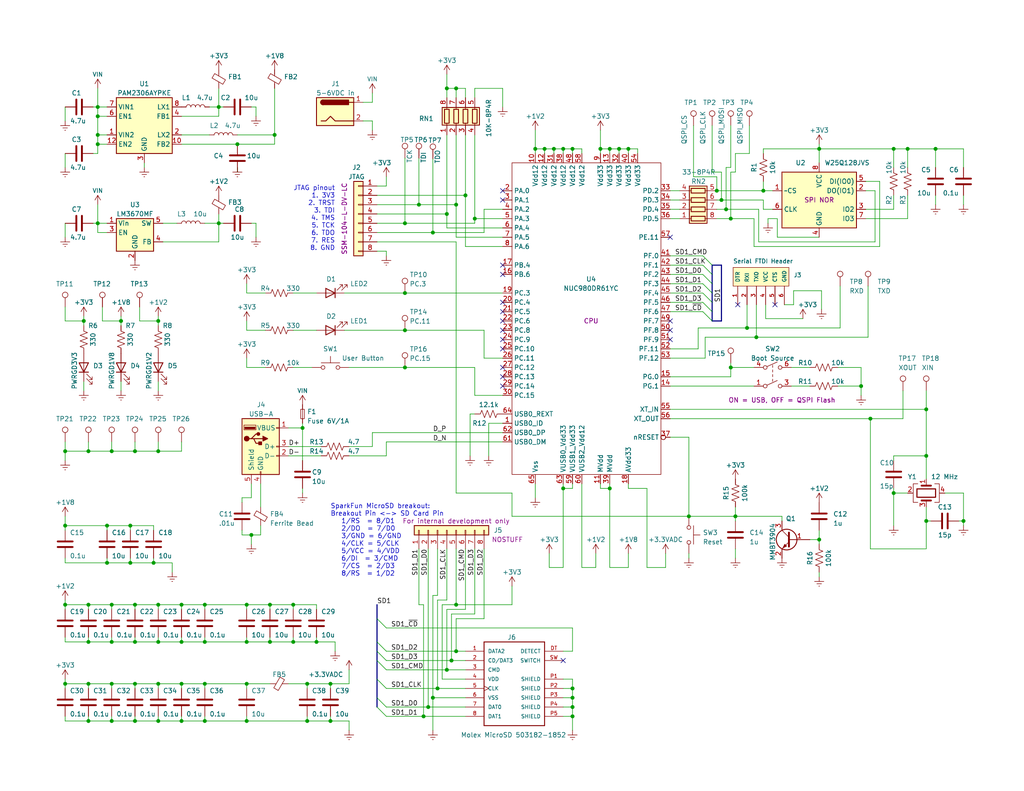
<source format=kicad_sch>
(kicad_sch (version 20230121) (generator eeschema)
  (paper "USLetter")
  (title_block (title "OHSNAP / NUC980 PoC") (date "2022-05-30") (rev "0.4") (company "pion@quantumcode.net"))
  (lib_symbols
    (symbol "OHSNAP Schematic Library:+3.3VADC" (power) (pin_names (offset 0))
      (property "Value" "+3.3VADC" (at -6.35 -1.27 0))
      (symbol "+3.3VADC_0_0"
        (pin power_in line (at 0 0 90) (length 0) hide (name "+3.3VADC") (number "1"))
      )
    )
    (symbol "OHSNAP Schematic Library:Barrel_Jack" (pin_names (offset 1.016))
      (property "Reference" "J1" (at 0.127 7.62 0))
      (property "Value" "5-6VDC in" (at 0.127 5.08 0))
      (symbol "Barrel_Jack_1_1"
        (pin passive line (at 7.62 2.54 180) (length 2.54) (name "~") (number "1"))
        (pin passive line (at 7.62 -2.54 180) (length 2.54) (name "~") (number "2"))
      )
    )
    (symbol "OHSNAP Schematic Library:C0402" (pin_numbers hide) (pin_names (offset 0.254))
      (property "Reference" "C" (at 0.635 2.54 0))
      (property "Value" "C0402" (at 0.635 -2.54 0))
      (symbol "C0402_1_1"
        (pin passive line (at 0 3.81 270) (length 2.794) (name "~") (number "1"))
        (pin passive line (at 0 -3.81 90) (length 2.794) (name "~") (number "2"))
      )
    )
    (symbol "OHSNAP Schematic Library:Conn_M_01x06P=2.54" (pin_names (offset 1.016))
      (property "Reference" "J3" (at -2.9845 15.24 90))
      (property "Value" "Conn_M_01x06P=2.54" (at -6.7945 -1.27 90))
      (symbol "Conn_M_01x06P=2.54_1_1"
        (pin passive line (at 5.08 0 180) (length 5.08) (name "DTR") (number "1"))
        (pin passive line (at 5.08 2.54 180) (length 5.08) (name "RXI") (number "2"))
        (pin passive line (at 5.08 5.08 180) (length 5.08) (name "TXO") (number "3"))
        (pin passive line (at 5.08 7.62 180) (length 5.08) (name "VCC") (number "4"))
        (pin passive line (at 5.08 10.16 180) (length 5.08) (name "CTS") (number "5"))
        (pin passive line (at 5.08 12.7 180) (length 5.08) (name "GND") (number "6"))
      )
    )
    (symbol "OHSNAP Schematic Library:Conn_M_01x08_P=2.54" (pin_names (offset 1.016) hide)
      (property "Reference" "J" (at 0 10.16 0))
      (property "Value" "Conn_M_01x08_P=2.54" (at 0 -12.7 0))
      (symbol "Conn_M_01x08_P=2.54_1_1"
        (pin passive line (at -5.08 7.62 0) (length 3.81) (name "Pin_1") (number "1"))
        (pin passive line (at -5.08 5.08 0) (length 3.81) (name "Pin_2") (number "2"))
        (pin passive line (at -5.08 2.54 0) (length 3.81) (name "Pin_3") (number "3"))
        (pin passive line (at -5.08 0 0) (length 3.81) (name "Pin_4") (number "4"))
        (pin passive line (at -5.08 -2.54 0) (length 3.81) (name "Pin_5") (number "5"))
        (pin passive line (at -5.08 -5.08 0) (length 3.81) (name "Pin_6") (number "6"))
        (pin passive line (at -5.08 -7.62 0) (length 3.81) (name "Pin_7") (number "7"))
        (pin passive line (at -5.08 -10.16 0) (length 3.81) (name "Pin_8") (number "8"))
      )
    )
    (symbol "OHSNAP Schematic Library:Crystal_4Pin_5.0x3.2mm" (pin_names (offset 1.016) hide)
      (property "Reference" "Y" (at 3.175 5.08 0))
      (property "Value" "Crystal_4Pin_5.0x3.2mm" (at 3.175 3.175 0))
      (symbol "Crystal_4Pin_5.0x3.2mm_1_1"
        (pin passive line (at -3.81 0 0) (length 1.27) (name "1") (number "1"))
        (pin passive line (at 0 5.08 270) (length 1.27) (name "2") (number "2"))
        (pin passive line (at 3.81 0 180) (length 1.27) (name "3") (number "3"))
        (pin passive line (at 0 -5.08 90) (length 1.27) (name "4") (number "4"))
      )
    )
    (symbol "OHSNAP Schematic Library:Earth" (power) (pin_names (offset 0))
      (symbol "Earth_1_1"
        (pin power_in line (at 0 0 270) (length 0) hide (name "Earth") (number "1"))
      )
    )
    (symbol "OHSNAP Schematic Library:FerriteBead_Small" (pin_numbers hide) (pin_names (offset 0))
      (property "Reference" "FB" (at 1.905 1.27 0))
      (property "Value" "FerriteBead_Small" (at 1.905 -1.27 0))
      (symbol "FerriteBead_Small_1_1"
        (pin passive line (at 0 2.54 270) (length 1.27) (name "~") (number "1"))
        (pin passive line (at 0 -2.54 90) (length 1.27) (name "~") (number "2"))
      )
    )
    (symbol "OHSNAP Schematic Library:Fuse_1206" (pin_numbers hide) (pin_names (offset 0.254) hide)
      (property "Reference" "F" (at 0 -1.524 0))
      (property "Value" "Fuse_1206" (at 0 1.524 0))
      (symbol "Fuse_1206_1_1"
        (pin passive line (at -2.54 0 0) (length 1.27) (name "~") (number "1"))
        (pin passive line (at 2.54 0 180) (length 1.27) (name "~") (number "2"))
      )
    )
    (symbol "OHSNAP Schematic Library:L0805" (pin_numbers hide) (pin_names (offset 1.016) hide)
      (property "Reference" "L" (at -1.27 0 90))
      (property "Value" "L0805" (at 1.905 0 90))
      (symbol "L0805_1_1"
        (pin passive line (at 0 3.81 270) (length 1.27) (name "1") (number "1"))
        (pin passive line (at 0 -3.81 90) (length 1.27) (name "2") (number "2"))
      )
    )
    (symbol "OHSNAP Schematic Library:LED0805" (pin_numbers hide) (pin_names (offset 1.016) hide)
      (property "Reference" "D" (at 0 2.54 0))
      (property "Value" "LED0805" (at 0 -2.54 0))
      (symbol "LED0805_1_1"
        (pin passive line (at -3.81 0 0) (length 2.54) (name "K") (number "1"))
        (pin passive line (at 3.81 0 180) (length 2.54) (name "A") (number "2"))
      )
    )
    (symbol "OHSNAP Schematic Library:LM3670MF"
      (property "Reference" "U" (at -5.08 5.08 0))
      (property "Value" "LM3670MF" (at 0 5.08 0))
      (symbol "LM3670MF_1_1"
        (pin power_in line (at -7.62 2.54 0) (length 2.54) (name "Vin") (number "1"))
        (pin power_in line (at 0 -7.62 90) (length 2.54) (name "GND") (number "2"))
        (pin input line (at -7.62 0 0) (length 2.54) (name "EN") (number "3"))
        (pin input line (at 7.62 -2.54 180) (length 2.54) (name "FB") (number "4"))
        (pin input line (at 7.62 2.54 180) (length 2.54) (name "SW") (number "5"))
      )
    )
    (symbol "OHSNAP Schematic Library:MMBT3904" (pin_names (offset 0) hide)
      (property "Reference" "Q" (at 5.08 1.905 0))
      (property "Value" "MMBT3904" (at 5.08 0 0))
      (symbol "MMBT3904_1_1"
        (pin input line (at -5.08 0 0) (length 5.715) (name "B") (number "1"))
        (pin passive line (at 2.54 -5.08 90) (length 2.54) (name "E") (number "2"))
        (pin passive line (at 2.54 5.08 270) (length 2.54) (name "C") (number "3"))
      )
    )
    (symbol "OHSNAP Schematic Library:Molex 503182-1852" (pin_names (offset 1.016))
      (property "Reference" "J6" (at 6.35 21.59 0))
      (property "Value" "Molex MicroSD 503182-1852" (at -6.35 19.05 0))
      (symbol "Molex 503182-1852_0_0"
        (pin bidirectional line (at -5.08 15.24 0) (length 5.08) (name "DATA2") (number "1"))
        (pin bidirectional line (at -5.08 12.7 0) (length 5.08) (name "CD/DAT3") (number "2"))
        (pin bidirectional line (at -5.08 10.16 0) (length 5.08) (name "CMD") (number "3"))
        (pin power_in line (at -5.08 7.62 0) (length 5.08) (name "VDD") (number "4"))
        (pin bidirectional clock (at -5.08 5.08 0) (length 5.08) (name "CLK") (number "5"))
        (pin power_in line (at -5.08 2.54 0) (length 5.08) (name "VSS") (number "6"))
        (pin bidirectional line (at -5.08 0 0) (length 5.08) (name "DAT0") (number "7"))
        (pin bidirectional line (at -5.08 -2.54 0) (length 5.08) (name "DAT1") (number "8"))
        (pin bidirectional line (at 21.59 15.24 180) (length 5.08) (name "DETECT") (number "DT"))
        (pin passive line (at 21.59 7.62 180) (length 5.08) (name "SHIELD") (number "P1"))
        (pin passive line (at 21.59 5.08 180) (length 5.08) (name "SHIELD") (number "P2"))
        (pin passive line (at 21.59 2.54 180) (length 5.08) (name "SHIELD") (number "P3"))
        (pin passive line (at 21.59 0 180) (length 5.08) (name "SHIELD") (number "P4"))
        (pin passive line (at 21.59 -2.54 180) (length 5.08) (name "SHIELD") (number "P5"))
        (pin bidirectional line (at 21.59 12.7 180) (length 5.08) (name "SWITCH") (number "SW"))
      )
    )
    (symbol "OHSNAP Schematic Library:NUC980DR61YC"
      (property "Reference" "U" (at 0 3.81 0))
      (property "Value" "NUC980DR61YC" (at 0 0 0))
      (symbol "NUC980DR61YC_0_0"
        (pin input line (at -24.13 -27.94 0) (length 2.54) (name "USB0_ID") (number "1"))
        (pin power_in line (at -15.24 45.72 270) (length 2.54) (name "Vdd12") (number "10"))
        (pin power_in line (at 2.54 -44.45 90) (length 2.54) (name "MVdd") (number "11"))
        (pin power_in line (at -12.7 45.72 270) (length 2.54) (name "Vdd12") (number "12"))
        (pin power_in line (at 5.08 45.72 270) (length 2.54) (name "Vdd33") (number "13"))
        (pin bidirectional line (at 21.59 -17.78 180) (length 2.54) (name "PG.1") (number "14"))
        (pin bidirectional line (at 21.59 -15.24 180) (length 2.54) (name "PG.0") (number "15"))
        (pin bidirectional line (at -24.13 12.7 0) (length 2.54) (name "PB.6") (number "16"))
        (pin bidirectional line (at -24.13 15.24 0) (length 2.54) (name "PB.4") (number "17"))
        (pin power_in line (at 10.16 -44.45 90) (length 2.54) (name "AVdd33") (number "18"))
        (pin bidirectional line (at -24.13 7.62 0) (length 2.54) (name "PC.3") (number "19"))
        (pin bidirectional line (at -24.13 35.56 0) (length 2.54) (name "PA.0") (number "2"))
        (pin bidirectional line (at -24.13 5.08 0) (length 2.54) (name "PC.4") (number "20"))
        (pin bidirectional line (at -24.13 2.54 0) (length 2.54) (name "PC.5") (number "21"))
        (pin bidirectional line (at -24.13 0 0) (length 2.54) (name "PC.6") (number "22"))
        (pin bidirectional line (at -24.13 -2.54 0) (length 2.54) (name "PC.8") (number "23"))
        (pin bidirectional line (at -24.13 -5.08 0) (length 2.54) (name "PC.9") (number "24"))
        (pin bidirectional line (at -24.13 -7.62 0) (length 2.54) (name "PC.10") (number "25"))
        (pin bidirectional line (at -24.13 -10.16 0) (length 2.54) (name "PC.11") (number "26"))
        (pin bidirectional line (at -24.13 -12.7 0) (length 2.54) (name "PC.12") (number "27"))
        (pin bidirectional line (at -24.13 -15.24 0) (length 2.54) (name "PC.13") (number "28"))
        (pin bidirectional line (at -24.13 -17.78 0) (length 2.54) (name "PC.14") (number "29"))
        (pin bidirectional line (at -24.13 33.02 0) (length 2.54) (name "PA.1") (number "3"))
        (pin bidirectional line (at -24.13 -20.32 0) (length 2.54) (name "PC.15") (number "30"))
        (pin power_in line (at -10.16 45.72 270) (length 2.54) (name "Vdd12") (number "31"))
        (pin power_in line (at 7.62 45.72 270) (length 2.54) (name "Vdd33") (number "32"))
        (pin bidirectional line (at 21.59 35.56 180) (length 2.54) (name "PD.2") (number "33"))
        (pin bidirectional line (at 21.59 33.02 180) (length 2.54) (name "PD.3") (number "34"))
        (pin bidirectional line (at 21.59 30.48 180) (length 2.54) (name "PD.4") (number "35"))
        (pin bidirectional line (at 21.59 27.94 180) (length 2.54) (name "PD.5") (number "36"))
        (pin input inverted (at 21.59 -31.75 180) (length 2.54) (name "nRESET") (number "37"))
        (pin power_in line (at -7.62 45.72 270) (length 2.54) (name "Vdd12") (number "38"))
        (pin power_in line (at 5.08 -44.45 90) (length 2.54) (name "MVdd") (number "39"))
        (pin bidirectional line (at -24.13 30.48 0) (length 2.54) (name "PA.2") (number "4"))
        (pin power_in line (at 10.16 45.72 270) (length 2.54) (name "Vdd33") (number "40"))
        (pin bidirectional line (at 21.59 17.78 180) (length 2.54) (name "PF.0") (number "41"))
        (pin bidirectional line (at 21.59 15.24 180) (length 2.54) (name "PF.1") (number "42"))
        (pin bidirectional line (at 21.59 12.7 180) (length 2.54) (name "PF.2") (number "43"))
        (pin bidirectional line (at 21.59 10.16 180) (length 2.54) (name "PF.3") (number "44"))
        (pin bidirectional line (at 21.59 7.62 180) (length 2.54) (name "PF.4") (number "45"))
        (pin bidirectional line (at 21.59 5.08 180) (length 2.54) (name "PF.5") (number "46"))
        (pin bidirectional line (at 21.59 2.54 180) (length 2.54) (name "PF.6") (number "47"))
        (pin power_in line (at -5.08 45.72 270) (length 2.54) (name "Vdd12") (number "48"))
        (pin bidirectional line (at 21.59 0 180) (length 2.54) (name "PF.7") (number "49"))
        (pin bidirectional line (at -24.13 27.94 0) (length 2.54) (name "PA.3") (number "5"))
        (pin bidirectional line (at 21.59 -2.54 180) (length 2.54) (name "PF.8") (number "50"))
        (pin bidirectional line (at 21.59 -5.08 180) (length 2.54) (name "PF.9") (number "51"))
        (pin bidirectional line (at 21.59 -7.62 180) (length 2.54) (name "PF.11") (number "52"))
        (pin bidirectional line (at 21.59 -10.16 180) (length 2.54) (name "PF.12") (number "53"))
        (pin power_in line (at 12.7 45.72 270) (length 2.54) (name "Vdd33") (number "54"))
        (pin input line (at 21.59 -24.13 180) (length 2.54) (name "XT_IN") (number "55"))
        (pin output line (at 21.59 -26.67 180) (length 2.54) (name "XT_OUT") (number "56"))
        (pin bidirectional line (at 21.59 22.86 180) (length 2.54) (name "PE.11") (number "57"))
        (pin power_in line (at -2.54 45.72 270) (length 2.54) (name "Vdd12") (number "58"))
        (pin power_in line (at -5.08 -44.45 90) (length 2.54) (name "VUSB1_Vdd33") (number "59"))
        (pin bidirectional line (at -24.13 25.4 0) (length 2.54) (name "PA.4") (number "6"))
        (pin power_in line (at -2.54 -44.45 90) (length 2.54) (name "VUSB2_Vdd12") (number "60"))
        (pin bidirectional line (at -24.13 -33.02 0) (length 2.54) (name "USB0_DM") (number "61"))
        (pin bidirectional line (at -24.13 -30.48 0) (length 2.54) (name "USB0_DP") (number "62"))
        (pin power_in line (at -7.62 -44.45 90) (length 2.54) (name "VUSB0_Vdd33") (number "63"))
        (pin bidirectional line (at -24.13 -25.4 0) (length 2.54) (name "USB0_REXT") (number "64"))
        (pin power_in line (at -15.24 -44.45 90) (length 2.54) (name "Vss") (number "65"))
        (pin bidirectional line (at -24.13 22.86 0) (length 2.54) (name "PA.5") (number "7"))
        (pin bidirectional line (at -24.13 20.32 0) (length 2.54) (name "PA.6") (number "8"))
        (pin power_in line (at 2.54 45.72 270) (length 2.54) (name "Vdd33") (number "9"))
      )
    )
    (symbol "OHSNAP Schematic Library:PAM2306AYPKE"
      (property "Reference" "U" (at 0 11.43 0))
      (property "Value" "PAM2306AYPKE" (at 0 8.89 0))
      (symbol "PAM2306AYPKE_1_1"
        (pin power_in line (at -10.16 -2.54 0) (length 2.54) (name "VIN2") (number "1"))
        (pin input line (at 10.16 -5.08 180) (length 2.54) (name "FB2") (number "10"))
        (pin no_connect line (at 7.62 0 180) (length 2.54) hide (name "NC2") (number "11"))
        (pin input line (at -10.16 -5.08 0) (length 2.54) (name "EN2") (number "12"))
        (pin passive line (at 0 -10.16 90) (length 2.54) hide (name "GND") (number "13"))
        (pin output line (at 10.16 -2.54 180) (length 2.54) (name "LX2") (number "2"))
        (pin power_in line (at 0 -10.16 90) (length 2.54) (name "GND") (number "3"))
        (pin input line (at 10.16 2.54 180) (length 2.54) (name "FB1") (number "4"))
        (pin no_connect line (at -7.62 0 0) (length 2.54) hide (name "NC1") (number "5"))
        (pin input line (at -10.16 2.54 0) (length 2.54) (name "EN1") (number "6"))
        (pin power_in line (at -10.16 5.08 0) (length 2.54) (name "VIN1") (number "7"))
        (pin output line (at 10.16 5.08 180) (length 2.54) (name "LX1") (number "8"))
        (pin passive line (at 0 -10.16 90) (length 2.54) hide (name "GND") (number "9"))
      )
    )
    (symbol "OHSNAP Schematic Library:PP1V2" (power) (pin_names (offset 0))
      (property "Value" "PP1V2" (at 0 3.81 0))
      (symbol "PP1V2_1_1"
        (pin power_in line (at 0 0 90) (length 0) hide (name "+1V2") (number "1"))
      )
    )
    (symbol "OHSNAP Schematic Library:PP1V8" (power) (pin_names (offset 0))
      (property "Value" "PP1V8" (at 0 3.81 0))
      (symbol "PP1V8_1_1"
        (pin power_in line (at 0 0 90) (length 0) hide (name "+1V8") (number "1"))
      )
    )
    (symbol "OHSNAP Schematic Library:PP3V3" (power) (pin_names (offset 0))
      (property "Value" "PP3V3" (at 0 3.81 0))
      (symbol "PP3V3_1_1"
        (pin power_in line (at 0 0 90) (length 0) hide (name "+3V3") (number "1"))
      )
    )
    (symbol "OHSNAP Schematic Library:R0603" (pin_numbers hide) (pin_names (offset 0))
      (property "Reference" "R" (at 2.54 0 90))
      (property "Value" "R0603" (at -2.54 0 90))
      (symbol "R0603_1_1"
        (pin passive line (at 0 3.81 270) (length 1.27) (name "~") (number "1"))
        (pin passive line (at 0 -3.81 90) (length 1.27) (name "~") (number "2"))
      )
    )
    (symbol "OHSNAP Schematic Library:R_Pack04x1206" (pin_names (offset 0) hide)
      (property "Reference" "RN" (at -7.62 0 90))
      (property "Value" "R_Pack04x1206" (at 5.08 0 90))
      (symbol "R_Pack04x1206_1_1"
        (pin passive line (at -5.08 -5.08 90) (length 2.54) (name "R1.1") (number "1"))
        (pin passive line (at -2.54 -5.08 90) (length 2.54) (name "R2.1") (number "2"))
        (pin passive line (at 0 -5.08 90) (length 2.54) (name "R3.1") (number "3"))
        (pin passive line (at 2.54 -5.08 90) (length 2.54) (name "R4.1") (number "4"))
        (pin passive line (at 2.54 5.08 270) (length 2.54) (name "R4.2") (number "5"))
        (pin passive line (at 0 5.08 270) (length 2.54) (name "R3.2") (number "6"))
        (pin passive line (at -2.54 5.08 270) (length 2.54) (name "R2.2") (number "7"))
        (pin passive line (at -5.08 5.08 270) (length 2.54) (name "R1.2") (number "8"))
      )
    )
    (symbol "OHSNAP Schematic Library:SW_DPST" (pin_names (offset 0) hide)
      (property "Reference" "SW" (at 0 5.08 0))
      (property "Value" "SW_DPST" (at 0 -5.08 0))
      (symbol "SW_DPST_1_1"
        (pin passive line (at -5.08 -2.54 0) (length 2.54) (name "1") (number "1"))
        (pin passive line (at 5.08 -2.54 180) (length 2.54) (name "3") (number "3"))
        (pin passive line (at -5.08 2.54 0) (length 2.54) (name "4") (number "4"))
        (pin passive line (at 5.08 2.54 180) (length 2.54) (name "6") (number "6"))
      )
    )
    (symbol "OHSNAP Schematic Library:SW_Push" (pin_numbers hide) (pin_names (offset 1.016) hide)
      (property "Reference" "SW" (at 1.27 2.54 0))
      (property "Value" "SW_Push" (at 0 -1.524 0))
      (symbol "SW_Push_0_1"
        (pin passive line (at -5.08 0 0) (length 2.54) (name "1") (number "1"))
        (pin passive line (at 5.08 0 180) (length 2.54) (name "2") (number "2"))
      )
    )
    (symbol "OHSNAP Schematic Library:TP_D2.60mm_Drill1.6mm" (pin_numbers hide) (pin_names (offset 0.762) hide)
      (property "Reference" "TP" (at 0 6.858 0))
      (property "Value" "TP_D2.60mm_Drill1.6mm" (at 0 5.08 0))
      (symbol "TP_D2.60mm_Drill1.6mm_1_1"
        (pin passive line (at 0 0 90) (length 2.54) (name "1") (number "1"))
      )
    )
    (symbol "OHSNAP Schematic Library:USB_A" (pin_names (offset 1.016))
      (property "Reference" "J" (at -5.08 11.43 0))
      (property "Value" "USB_A" (at -5.08 8.89 0))
      (symbol "USB_A_1_1"
        (pin power_in line (at 7.62 5.08 180) (length 2.54) (name "VBUS") (number "1"))
        (pin bidirectional line (at 7.62 -2.54 180) (length 2.54) (name "D-") (number "2"))
        (pin bidirectional line (at 7.62 0 180) (length 2.54) (name "D+") (number "3"))
        (pin power_in line (at 0 -10.16 90) (length 2.54) (name "GND") (number "4"))
        (pin passive line (at -2.54 -10.16 90) (length 2.54) (name "Shield") (number "5"))
      )
    )
    (symbol "OHSNAP Schematic Library:VIN" (power) (pin_numbers hide) (pin_names (offset 1.016) hide)
      (property "Value" "VIN" (at 0 3.81 0))
      (symbol "VIN_1_1"
        (pin power_in line (at 0 0 90) (length 0) hide (name "VIN") (number "~"))
      )
    )
    (symbol "OHSNAP Schematic Library:W25Q128JVS"
      (property "Reference" "U" (at -8.89 8.89 0))
      (property "Value" "W25Q128JVS" (at 7.62 8.89 0))
      (symbol "W25Q128JVS_1_1"
        (pin input line (at -12.7 2.54 0) (length 2.54) (name "~CS") (number "1"))
        (pin bidirectional line (at 12.7 2.54 180) (length 2.54) (name "DO(IO1)") (number "2"))
        (pin bidirectional line (at 12.7 -2.54 180) (length 2.54) (name "IO2") (number "3"))
        (pin power_in line (at 0 -10.16 90) (length 2.54) (name "GND") (number "4"))
        (pin bidirectional line (at 12.7 5.08 180) (length 2.54) (name "DI(IO0)") (number "5"))
        (pin input line (at -12.7 -2.54 0) (length 2.54) (name "CLK") (number "6"))
        (pin bidirectional line (at 12.7 -5.08 180) (length 2.54) (name "IO3") (number "7"))
        (pin power_in line (at 0 10.16 270) (length 2.54) (name "VCC") (number "8"))
      )
    )
  )
  (junction (at 17.78 186.69) (diameter 0.9144))
  (junction (at 80.01 165.1) (diameter 0.9144))
  (junction (at 49.53 165.1) (diameter 0.9144))
  (junction (at 262.89 142.24) (diameter 0.9144))
  (junction (at 110.49 60.96) (diameter 0.9144))
  (junction (at 118.11 63.5) (diameter 0.9144))
  (junction (at 43.18 165.1) (diameter 0.9144))
  (junction (at 73.66 165.1) (diameter 0.9144))
  (junction (at 24.13 123.19) (diameter 0.9144))
  (junction (at 26.67 60.96) (diameter 0.9144))
  (junction (at 206.375 92.075) (diameter 0.9144))
  (junction (at 67.31 186.69) (diameter 0.9144))
  (junction (at 26.67 31.75) (diameter 0.9144))
  (junction (at 127 53.34) (diameter 0.9144))
  (junction (at 35.56 143.51) (diameter 0.9144))
  (junction (at 24.13 186.69) (diameter 0.9144))
  (junction (at 30.48 165.1) (diameter 0.9144))
  (junction (at 80.01 175.26) (diameter 0.9144))
  (junction (at 203.835 89.535) (diameter 0.9144))
  (junction (at 243.84 40.64) (diameter 0.9144))
  (junction (at 199.39 59.69) (diameter 0.9144))
  (junction (at 36.83 186.69) (diameter 0.9144))
  (junction (at 156.21 40.64) (diameter 0.9144))
  (junction (at 90.17 186.69) (diameter 0.9144))
  (junction (at 166.37 40.64) (diameter 0.9144))
  (junction (at 114.3 55.88) (diameter 0.9144))
  (junction (at 123.19 180.34))
  (junction (at 252.73 124.46) (diameter 0.9144))
  (junction (at 59.69 29.21) (diameter 0.9144))
  (junction (at 83.82 186.69) (diameter 0.9144))
  (junction (at 153.67 133.35) (diameter 0.9144))
  (junction (at 67.31 165.1) (diameter 0.9144))
  (junction (at 29.21 143.51) (diameter 0.9144))
  (junction (at 166.37 133.35) (diameter 0.9144))
  (junction (at 55.88 165.1) (diameter 0.9144))
  (junction (at 124.46 177.8))
  (junction (at 49.53 196.85) (diameter 0.9144))
  (junction (at 121.92 58.42) (diameter 0.9144))
  (junction (at 116.84 193.04))
  (junction (at 82.55 116.84) (diameter 0.9144))
  (junction (at 67.31 175.26) (diameter 0.9144))
  (junction (at 195.58 52.07) (diameter 0.9144))
  (junction (at 41.91 153.67) (diameter 0.9144))
  (junction (at 118.11 190.5))
  (junction (at 59.69 60.96) (diameter 0.9144))
  (junction (at 36.83 123.19) (diameter 0.9144))
  (junction (at 17.78 123.19) (diameter 0.9144))
  (junction (at 26.67 36.83) (diameter 0.9144))
  (junction (at 36.83 165.1) (diameter 0.9144))
  (junction (at 237.49 114.3) (diameter 0.9144))
  (junction (at 49.53 175.26) (diameter 0.9144))
  (junction (at 153.67 40.64) (diameter 0.9144))
  (junction (at 43.18 175.26) (diameter 0.9144))
  (junction (at 156.21 195.58))
  (junction (at 252.73 142.24) (diameter 0.9144))
  (junction (at 124.46 55.88) (diameter 0.9144))
  (junction (at 151.13 40.64) (diameter 0.9144))
  (junction (at 43.18 196.85) (diameter 0.9144))
  (junction (at 196.85 54.61) (diameter 0.9144))
  (junction (at 119.38 187.96))
  (junction (at 124.46 24.13) (diameter 0.9144))
  (junction (at 17.78 165.1) (diameter 0.9144))
  (junction (at 26.67 29.21) (diameter 0.9144))
  (junction (at 243.84 134.62) (diameter 0.9144))
  (junction (at 43.18 123.19) (diameter 0.9144))
  (junction (at 255.27 40.64) (diameter 0.9144))
  (junction (at 24.13 196.85) (diameter 0.9144))
  (junction (at 156.21 193.04))
  (junction (at 43.18 186.69) (diameter 0.9144))
  (junction (at 247.65 40.64) (diameter 0.9144))
  (junction (at 30.48 123.19) (diameter 0.9144))
  (junction (at 55.88 186.69) (diameter 0.9144))
  (junction (at 30.48 175.26) (diameter 0.9144))
  (junction (at 55.88 196.85) (diameter 0.9144))
  (junction (at 33.02 87.63) (diameter 0.9144))
  (junction (at 200.66 140.97) (diameter 0.9144))
  (junction (at 223.52 147.32) (diameter 0.9144))
  (junction (at 234.95 105.41) (diameter 0.9144))
  (junction (at 171.45 40.64) (diameter 0.9144))
  (junction (at 22.86 87.63) (diameter 0.9144))
  (junction (at 148.59 40.64) (diameter 0.9144))
  (junction (at 90.17 196.85) (diameter 0.9144))
  (junction (at 156.21 187.96))
  (junction (at 55.88 175.26) (diameter 0.9144))
  (junction (at 121.92 182.88))
  (junction (at 110.49 90.17) (diameter 0.9144))
  (junction (at 86.36 175.26) (diameter 0.9144))
  (junction (at 49.53 186.69) (diameter 0.9144))
  (junction (at 110.49 100.33) (diameter 0.9144))
  (junction (at 36.83 196.85) (diameter 0.9144))
  (junction (at 252.73 111.76) (diameter 0.9144))
  (junction (at 156.21 190.5))
  (junction (at 36.83 175.26) (diameter 0.9144))
  (junction (at 198.12 57.15) (diameter 0.9144))
  (junction (at 208.28 52.07) (diameter 0.9144))
  (junction (at 67.31 196.85) (diameter 0.9144))
  (junction (at 168.91 40.64) (diameter 0.9144))
  (junction (at 29.21 153.67) (diameter 0.9144))
  (junction (at 26.67 39.37) (diameter 0.9144))
  (junction (at 199.39 100.33) (diameter 0.9144))
  (junction (at 146.05 40.64) (diameter 0.9144))
  (junction (at 83.82 196.85) (diameter 0.9144))
  (junction (at 115.57 195.58))
  (junction (at 43.18 87.63) (diameter 0.9144))
  (junction (at 74.93 36.83) (diameter 0.9144))
  (junction (at 73.66 175.26) (diameter 0.9144))
  (junction (at 223.52 40.64) (diameter 0.9144))
  (junction (at 24.13 165.1) (diameter 0.9144))
  (junction (at 121.92 24.13) (diameter 0.9144))
  (junction (at 30.48 186.69) (diameter 0.9144))
  (junction (at 110.49 80.01) (diameter 0.9144))
  (junction (at 163.83 40.64) (diameter 0.9144))
  (junction (at 187.96 140.97) (diameter 0.9144))
  (junction (at 35.56 153.67) (diameter 0.9144))
  (junction (at 68.58 146.05) (diameter 0.9144))
  (junction (at 129.54 59.69) (diameter 0.9144))
  (junction (at 24.13 175.26) (diameter 0.9144))
  (junction (at 30.48 196.85) (diameter 0.9144))
  (junction (at 17.78 143.51) (diameter 0.9144))
  (junction (at 64.77 39.37) (diameter 0.9144))
  (junction (at 124.46 165.1))
  (no_connect (at 137.16 52.07))
  (no_connect (at 137.16 54.61))
  (no_connect (at 137.16 72.39))
  (no_connect (at 137.16 74.93))
  (no_connect (at 137.16 82.55))
  (no_connect (at 137.16 85.09))
  (no_connect (at 137.16 87.63))
  (no_connect (at 137.16 90.17))
  (no_connect (at 137.16 92.71))
  (no_connect (at 137.16 95.25))
  (no_connect (at 137.16 100.33))
  (no_connect (at 153.67 180.34))
  (no_connect (at 201.295 83.185))
  (no_connect (at 211.455 83.185))
  (no_connect (at 137.16 102.87))
  (no_connect (at 137.16 105.41))
  (no_connect (at 182.88 64.77))
  (no_connect (at 182.88 87.63))
  (no_connect (at 182.88 90.17))
  (no_connect (at 182.88 92.71))
  (bus_entry (at 102.87 190.5) (size 2.54 2.54))
  (bus_entry (at 191.77 80.01) (size 2.54 2.54))
  (bus_entry (at 191.77 85.09) (size 2.54 2.54))
  (bus_entry (at 191.77 69.85) (size 2.54 2.54))
  (bus_entry (at 191.77 82.55) (size 2.54 2.54))
  (bus_entry (at 191.77 77.47) (size 2.54 2.54))
  (bus_entry (at 191.77 74.93) (size 2.54 2.54))
  (bus_entry (at 191.77 72.39) (size 2.54 2.54))
  (bus_entry (at 102.87 168.91) (size 2.54 2.54))
  (bus_entry (at 102.87 193.04) (size 2.54 2.54))
  (bus_entry (at 102.87 177.8) (size 2.54 2.54))
  (bus_entry (at 102.87 175.26) (size 2.54 2.54))
  (bus_entry (at 102.87 180.34) (size 2.54 2.54))
  (bus_entry (at 102.87 185.42) (size 2.54 2.54))
  (wire (pts (xy 102.87 68.58) (xy 105.41 68.58)))
  (wire (pts (xy 105.41 68.58) (xy 105.41 69.85)))
  (wire (pts (xy 118.11 190.5) (xy 127 190.5)))
  (wire (pts (xy 73.66 175.26) (xy 73.66 173.99)))
  (wire (pts (xy 236.22 49.53) (xy 240.03 49.53)))
  (wire (pts (xy 240.03 49.53) (xy 240.03 67.31)))
  (wire (pts (xy 105.41 180.34) (xy 123.19 180.34)))
  (wire (pts (xy 68.58 60.96) (xy 69.85 60.96)))
  (wire (pts (xy 69.85 60.96) (xy 69.85 64.77)))
  (wire (pts (xy 187.96 140.97) (xy 139.7 140.97)))
  (wire (pts (xy 17.78 165.1) (xy 24.13 165.1)))
  (wire (pts (xy 206.375 92.075) (xy 236.855 92.075)))
  (wire (pts (xy 236.855 92.075) (xy 236.855 78.105)))
  (wire (pts (xy 151.13 40.64) (xy 153.67 40.64)))
  (wire (pts (xy 153.67 40.64) (xy 153.67 41.91)))
  (wire (pts (xy 115.57 195.58) (xy 127 195.58)))
  (wire (pts (xy 257.81 134.62) (xy 262.89 134.62)))
  (wire (pts (xy 262.89 134.62) (xy 262.89 142.24)))
  (wire (pts (xy 262.89 142.24) (xy 262.89 143.51)))
  (bus (pts (xy 102.87 177.8) (xy 102.87 180.34)))
  (wire (pts (xy 121.92 149.86) (xy 121.92 163.83)))
  (wire (pts (xy 64.77 36.83) (xy 74.93 36.83)))
  (wire (pts (xy 95.25 182.88) (xy 95.25 186.69)))
  (wire (pts (xy 82.55 133.35) (xy 82.55 134.62)))
  (wire (pts (xy 17.78 186.69) (xy 24.13 186.69)))
  (bus (pts (xy 102.87 180.34) (xy 102.87 185.42)))
  (wire (pts (xy 67.31 77.47) (xy 67.31 80.01)))
  (wire (pts (xy 67.31 80.01) (xy 72.39 80.01)))
  (wire (pts (xy 68.58 146.05) (xy 66.04 146.05)))
  (wire (pts (xy 71.12 143.51) (xy 71.12 146.05)))
  (wire (pts (xy 71.12 146.05) (xy 68.58 146.05)))
  (wire (pts (xy 26.67 39.37) (xy 29.21 39.37)))
  (wire (pts (xy 43.18 165.1) (xy 43.18 166.37)))
  (wire (pts (xy 129.54 24.13) (xy 129.54 26.67)))
  (wire (pts (xy 246.38 106.68) (xy 246.38 114.3)))
  (wire (pts (xy 246.38 114.3) (xy 237.49 114.3)))
  (wire (pts (xy 67.31 100.33) (xy 72.39 100.33)))
  (wire (pts (xy 194.31 34.29) (xy 194.31 46.99)))
  (wire (pts (xy 194.31 46.99) (xy 196.85 46.99)))
  (wire (pts (xy 196.85 46.99) (xy 196.85 54.61)))
  (wire (pts (xy 163.83 35.56) (xy 163.83 40.64)))
  (wire (pts (xy 67.31 87.63) (xy 67.31 90.17)))
  (wire (pts (xy 139.7 160.02) (xy 139.7 165.1)))
  (wire (pts (xy 30.48 175.26) (xy 36.83 175.26)))
  (wire (pts (xy 182.88 102.87) (xy 199.39 102.87)))
  (wire (pts (xy 120.65 185.42) (xy 127 185.42)))
  (wire (pts (xy 121.92 166.37) (xy 121.92 182.88)))
  (wire (pts (xy 86.36 175.26) (xy 86.36 173.99)))
  (wire (pts (xy 171.45 132.08) (xy 171.45 133.35)))
  (wire (pts (xy 171.45 133.35) (xy 176.53 133.35)))
  (wire (pts (xy 176.53 133.35) (xy 176.53 154.94)))
  (wire (pts (xy 176.53 154.94) (xy 181.61 154.94)))
  (wire (pts (xy 181.61 154.94) (xy 181.61 151.13)))
  (wire (pts (xy 182.88 80.01) (xy 191.77 80.01)))
  (wire (pts (xy 166.37 133.35) (xy 166.37 154.94)))
  (wire (pts (xy 166.37 154.94) (xy 171.45 154.94)))
  (wire (pts (xy 171.45 154.94) (xy 171.45 151.13)))
  (wire (pts (xy 119.38 163.83) (xy 119.38 187.96)))
  (wire (pts (xy 29.21 153.67) (xy 35.56 153.67)))
  (wire (pts (xy 35.56 143.51) (xy 35.56 144.78)))
  (wire (pts (xy 24.13 123.19) (xy 24.13 120.65)))
  (wire (pts (xy 66.04 135.89) (xy 66.04 137.16)))
  (wire (pts (xy 120.65 165.1) (xy 120.65 185.42)))
  (wire (pts (xy 105.41 120.65) (xy 137.16 120.65)))
  (wire (pts (xy 189.23 48.26) (xy 189.23 34.29)))
  (wire (pts (xy 195.58 48.26) (xy 189.23 48.26)))
  (wire (pts (xy 195.58 52.07) (xy 195.58 48.26)))
  (wire (pts (xy 17.78 41.91) (xy 17.78 45.72)))
  (wire (pts (xy 191.77 69.85) (xy 182.88 69.85)))
  (wire (pts (xy 78.74 186.69) (xy 83.82 186.69)))
  (wire (pts (xy 133.35 115.57) (xy 137.16 115.57)))
  (wire (pts (xy 133.35 124.46) (xy 133.35 115.57)))
  (wire (pts (xy 30.48 165.1) (xy 36.83 165.1)))
  (wire (pts (xy 67.31 175.26) (xy 73.66 175.26)))
  (wire (pts (xy 30.48 175.26) (xy 30.48 173.99)))
  (wire (pts (xy 80.01 165.1) (xy 80.01 166.37)))
  (wire (pts (xy 223.52 40.64) (xy 243.84 40.64)))
  (wire (pts (xy 43.18 123.19) (xy 49.53 123.19)))
  (wire (pts (xy 22.86 104.14) (xy 22.86 106.68)))
  (wire (pts (xy 80.01 80.01) (xy 86.36 80.01)))
  (wire (pts (xy 26.67 60.96) (xy 26.67 63.5)))
  (wire (pts (xy 26.67 63.5) (xy 29.21 63.5)))
  (wire (pts (xy 17.78 196.85) (xy 24.13 196.85)))
  (wire (pts (xy 24.13 175.26) (xy 24.13 173.99)))
  (wire (pts (xy 78.74 124.46) (xy 87.63 124.46)))
  (wire (pts (xy 74.93 24.13) (xy 74.93 36.83)))
  (wire (pts (xy 67.31 165.1) (xy 67.31 166.37)))
  (wire (pts (xy 49.53 36.83) (xy 57.15 36.83)))
  (wire (pts (xy 35.56 153.67) (xy 35.56 152.4)))
  (wire (pts (xy 105.41 171.45) (xy 156.21 171.45)))
  (wire (pts (xy 43.18 104.14) (xy 43.18 106.68)))
  (wire (pts (xy 67.31 175.26) (xy 67.31 173.99)))
  (wire (pts (xy 129.54 167.64) (xy 123.19 167.64)))
  (wire (pts (xy 182.88 95.25) (xy 190.5 95.25)))
  (wire (pts (xy 190.5 89.535) (xy 203.835 89.535)))
  (wire (pts (xy 190.5 95.25) (xy 190.5 89.535)))
  (wire (pts (xy 203.835 89.535) (xy 203.835 83.185)))
  (wire (pts (xy 208.28 54.61) (xy 208.28 57.15)))
  (wire (pts (xy 208.28 57.15) (xy 210.82 57.15)))
  (wire (pts (xy 156.21 185.42) (xy 156.21 187.96)))
  (wire (pts (xy 26.67 31.75) (xy 29.21 31.75)))
  (wire (pts (xy 30.48 123.19) (xy 36.83 123.19)))
  (wire (pts (xy 36.83 123.19) (xy 36.83 120.65)))
  (wire (pts (xy 105.41 182.88) (xy 121.92 182.88)))
  (wire (pts (xy 123.19 167.64) (xy 123.19 180.34)))
  (wire (pts (xy 119.38 149.86) (xy 119.38 162.56)))
  (wire (pts (xy 182.88 114.3) (xy 237.49 114.3)))
  (wire (pts (xy 237.49 114.3) (xy 237.49 149.86)))
  (wire (pts (xy 237.49 149.86) (xy 252.73 149.86)))
  (wire (pts (xy 208.28 40.64) (xy 223.52 40.64)))
  (wire (pts (xy 208.28 41.91) (xy 208.28 40.64)))
  (wire (pts (xy 105.41 50.8) (xy 102.87 50.8)))
  (wire (pts (xy 24.13 196.85) (xy 30.48 196.85)))
  (wire (pts (xy 73.66 165.1) (xy 80.01 165.1)))
  (wire (pts (xy 90.17 196.85) (xy 95.25 196.85)))
  (wire (pts (xy 95.25 196.85) (xy 95.25 199.39)))
  (wire (pts (xy 29.21 153.67) (xy 29.21 152.4)))
  (wire (pts (xy 110.49 43.18) (xy 110.49 60.96)))
  (wire (pts (xy 91.44 175.26) (xy 91.44 177.8)))
  (wire (pts (xy 24.13 123.19) (xy 30.48 123.19)))
  (wire (pts (xy 30.48 123.19) (xy 30.48 120.65)))
  (wire (pts (xy 243.84 40.64) (xy 243.84 45.72)))
  (wire (pts (xy 208.915 86.995) (xy 219.075 86.995)))
  (wire (pts (xy 198.12 45.72) (xy 198.12 57.15)))
  (wire (pts (xy 199.39 34.29) (xy 199.39 45.72)))
  (wire (pts (xy 199.39 45.72) (xy 198.12 45.72)))
  (wire (pts (xy 68.58 132.08) (xy 68.58 135.89)))
  (wire (pts (xy 156.21 195.58) (xy 156.21 199.39)))
  (wire (pts (xy 171.45 40.64) (xy 173.99 40.64)))
  (wire (pts (xy 173.99 40.64) (xy 173.99 41.91)))
  (wire (pts (xy 27.94 83.82) (xy 27.94 87.63)))
  (wire (pts (xy 27.94 87.63) (xy 33.02 87.63)))
  (wire (pts (xy 17.78 120.65) (xy 17.78 123.19)))
  (wire (pts (xy 17.78 123.19) (xy 17.78 125.73)))
  (wire (pts (xy 124.46 24.13) (xy 127 24.13)))
  (wire (pts (xy 127 24.13) (xy 127 26.67)))
  (wire (pts (xy 223.52 156.21) (xy 223.52 157.48)))
  (wire (pts (xy 182.88 111.76) (xy 252.73 111.76)))
  (wire (pts (xy 252.73 111.76) (xy 252.73 124.46)))
  (wire (pts (xy 252.73 124.46) (xy 252.73 130.81)))
  (wire (pts (xy 121.92 36.83) (xy 121.92 58.42)))
  (wire (pts (xy 49.53 31.75) (xy 59.69 31.75)))
  (wire (pts (xy 59.69 29.21) (xy 57.15 29.21)))
  (wire (pts (xy 59.69 31.75) (xy 59.69 29.21)))
  (wire (pts (xy 182.88 97.79) (xy 192.405 97.79)))
  (wire (pts (xy 192.405 92.075) (xy 206.375 92.075)))
  (wire (pts (xy 192.405 97.79) (xy 192.405 92.075)))
  (wire (pts (xy 206.375 92.075) (xy 206.375 83.185)))
  (wire (pts (xy 55.88 186.69) (xy 55.88 187.96)))
  (wire (pts (xy 43.18 175.26) (xy 49.53 175.26)))
  (wire (pts (xy 67.31 97.79) (xy 67.31 100.33)))
  (wire (pts (xy 29.21 143.51) (xy 35.56 143.51)))
  (wire (pts (xy 149.86 154.94) (xy 149.86 151.13)))
  (wire (pts (xy 153.67 132.08) (xy 153.67 133.35)))
  (wire (pts (xy 153.67 133.35) (xy 153.67 154.94)))
  (wire (pts (xy 153.67 154.94) (xy 149.86 154.94)))
  (wire (pts (xy 129.54 36.83) (xy 129.54 59.69)))
  (wire (pts (xy 124.46 134.62) (xy 139.7 134.62)))
  (wire (pts (xy 200.66 140.97) (xy 213.36 140.97)))
  (wire (pts (xy 213.36 140.97) (xy 213.36 142.24)))
  (wire (pts (xy 114.3 165.1) (xy 115.57 165.1)))
  (wire (pts (xy 49.53 123.19) (xy 49.53 120.65)))
  (wire (pts (xy 205.74 59.69) (xy 205.74 67.31)))
  (wire (pts (xy 205.74 67.31) (xy 240.03 67.31)))
  (wire (pts (xy 128.27 113.03) (xy 128.27 124.46)))
  (wire (pts (xy 199.39 100.33) (xy 205.74 100.33)))
  (wire (pts (xy 67.31 186.69) (xy 67.31 187.96)))
  (wire (pts (xy 55.88 175.26) (xy 67.31 175.26)))
  (wire (pts (xy 83.82 195.58) (xy 83.82 196.85)))
  (wire (pts (xy 83.82 196.85) (xy 90.17 196.85)))
  (wire (pts (xy 90.17 196.85) (xy 90.17 195.58)))
  (wire (pts (xy 26.67 55.88) (xy 26.67 60.96)))
  (wire (pts (xy 26.67 60.96) (xy 29.21 60.96)))
  (wire (pts (xy 124.46 168.91) (xy 132.08 168.91)))
  (wire (pts (xy 199.39 99.06) (xy 199.39 100.33)))
  (wire (pts (xy 36.83 175.26) (xy 36.83 173.99)))
  (wire (pts (xy 78.74 121.92) (xy 87.63 121.92)))
  (wire (pts (xy 158.75 132.08) (xy 158.75 154.94)))
  (wire (pts (xy 158.75 154.94) (xy 162.56 154.94)))
  (wire (pts (xy 162.56 154.94) (xy 162.56 151.13)))
  (wire (pts (xy 102.87 60.96) (xy 110.49 60.96)))
  (wire (pts (xy 110.49 60.96) (xy 129.54 60.96)))
  (wire (pts (xy 129.54 59.69) (xy 129.54 60.96)))
  (wire (pts (xy 137.16 59.69) (xy 129.54 59.69)))
  (wire (pts (xy 24.13 175.26) (xy 30.48 175.26)))
  (wire (pts (xy 80.01 100.33) (xy 85.09 100.33)))
  (wire (pts (xy 43.18 196.85) (xy 49.53 196.85)))
  (wire (pts (xy 146.05 132.08) (xy 146.05 135.89)))
  (wire (pts (xy 36.83 165.1) (xy 36.83 166.37)))
  (wire (pts (xy 83.82 186.69) (xy 90.17 186.69)))
  (wire (pts (xy 83.82 187.96) (xy 83.82 186.69)))
  (wire (pts (xy 90.17 186.69) (xy 90.17 187.96)))
  (wire (pts (xy 156.21 40.64) (xy 158.75 40.64)))
  (wire (pts (xy 158.75 40.64) (xy 158.75 41.91)))
  (wire (pts (xy 17.78 29.21) (xy 17.78 33.02)))
  (wire (pts (xy 200.66 138.43) (xy 200.66 140.97)))
  (wire (pts (xy 200.66 140.97) (xy 187.96 140.97)))
  (wire (pts (xy 17.78 143.51) (xy 17.78 144.78)))
  (wire (pts (xy 115.57 165.1) (xy 115.57 195.58)))
  (wire (pts (xy 146.05 40.64) (xy 148.59 40.64)))
  (wire (pts (xy 146.05 41.91) (xy 146.05 40.64)))
  (wire (pts (xy 148.59 40.64) (xy 148.59 41.91)))
  (wire (pts (xy 82.55 115.57) (xy 82.55 116.84)))
  (wire (pts (xy 82.55 116.84) (xy 82.55 125.73)))
  (bus (pts (xy 194.31 82.55) (xy 194.31 85.09)))
  (wire (pts (xy 124.46 177.8) (xy 127 177.8)))
  (bus (pts (xy 102.87 168.91) (xy 102.87 175.26)))
  (wire (pts (xy 124.46 149.86) (xy 124.46 165.1)))
  (wire (pts (xy 124.46 165.1) (xy 120.65 165.1)))
  (bus (pts (xy 194.31 87.63) (xy 196.85 87.63)))
  (wire (pts (xy 17.78 185.42) (xy 17.78 186.69)))
  (wire (pts (xy 55.88 175.26) (xy 55.88 173.99)))
  (wire (pts (xy 127 36.83) (xy 127 53.34)))
  (wire (pts (xy 59.69 60.96) (xy 60.96 60.96)))
  (wire (pts (xy 26.67 29.21) (xy 26.67 31.75)))
  (wire (pts (xy 26.67 31.75) (xy 26.67 36.83)))
  (wire (pts (xy 168.91 40.64) (xy 171.45 40.64)))
  (wire (pts (xy 171.45 40.64) (xy 171.45 41.91)))
  (wire (pts (xy 153.67 40.64) (xy 156.21 40.64)))
  (wire (pts (xy 156.21 40.64) (xy 156.21 41.91)))
  (wire (pts (xy 156.21 195.58) (xy 156.21 193.04)))
  (wire (pts (xy 156.21 190.5) (xy 156.21 193.04)))
  (wire (pts (xy 153.67 190.5) (xy 156.21 190.5)))
  (wire (pts (xy 195.58 52.07) (xy 208.28 52.07)))
  (wire (pts (xy 24.13 186.69) (xy 24.13 187.96)))
  (wire (pts (xy 102.87 58.42) (xy 121.92 58.42)))
  (wire (pts (xy 121.92 58.42) (xy 121.92 62.23)))
  (wire (pts (xy 121.92 62.23) (xy 137.16 62.23)))
  (wire (pts (xy 95.25 121.92) (xy 101.6 121.92)))
  (wire (pts (xy 101.6 121.92) (xy 101.6 118.11)))
  (wire (pts (xy 86.36 175.26) (xy 91.44 175.26)))
  (wire (pts (xy 44.45 66.04) (xy 59.69 66.04)))
  (wire (pts (xy 59.69 60.96) (xy 55.88 60.96)))
  (wire (pts (xy 59.69 66.04) (xy 59.69 60.96)))
  (wire (pts (xy 80.01 175.26) (xy 86.36 175.26)))
  (wire (pts (xy 55.88 186.69) (xy 67.31 186.69)))
  (wire (pts (xy 68.58 29.21) (xy 69.85 29.21)))
  (wire (pts (xy 69.85 29.21) (xy 69.85 31.75)))
  (wire (pts (xy 17.78 173.99) (xy 17.78 175.26)))
  (wire (pts (xy 209.55 59.69) (xy 212.09 59.69)))
  (wire (pts (xy 209.55 60.96) (xy 209.55 59.69)))
  (wire (pts (xy 212.09 59.69) (xy 212.09 64.77)))
  (wire (pts (xy 212.09 64.77) (xy 223.52 64.77)))
  (bus (pts (xy 194.31 74.93) (xy 194.31 77.47)))
  (bus (pts (xy 194.31 72.39) (xy 196.85 72.39)))
  (wire (pts (xy 101.6 118.11) (xy 137.16 118.11)))
  (wire (pts (xy 35.56 153.67) (xy 41.91 153.67)))
  (wire (pts (xy 59.69 24.13) (xy 59.69 29.21)))
  (wire (pts (xy 44.45 60.96) (xy 48.26 60.96)))
  (wire (pts (xy 132.08 149.86) (xy 132.08 168.91)))
  (wire (pts (xy 99.06 33.02) (xy 101.6 33.02)))
  (wire (pts (xy 41.91 143.51) (xy 41.91 144.78)))
  (bus (pts (xy 194.31 85.09) (xy 194.31 87.63)))
  (wire (pts (xy 156.21 193.04) (xy 153.67 193.04)))
  (wire (pts (xy 68.58 135.89) (xy 66.04 135.89)))
  (wire (pts (xy 67.31 186.69) (xy 73.66 186.69)))
  (wire (pts (xy 35.56 143.51) (xy 41.91 143.51)))
  (wire (pts (xy 49.53 196.85) (xy 55.88 196.85)))
  (wire (pts (xy 182.88 54.61) (xy 185.42 54.61)))
  (wire (pts (xy 95.25 124.46) (xy 105.41 124.46)))
  (wire (pts (xy 105.41 124.46) (xy 105.41 120.65)))
  (wire (pts (xy 102.87 63.5) (xy 118.11 63.5)))
  (wire (pts (xy 118.11 63.5) (xy 132.08 63.5)))
  (wire (pts (xy 132.08 57.15) (xy 137.16 57.15)))
  (wire (pts (xy 132.08 63.5) (xy 132.08 57.15)))
  (wire (pts (xy 105.41 187.96) (xy 119.38 187.96)))
  (wire (pts (xy 156.21 132.08) (xy 156.21 133.35)))
  (wire (pts (xy 156.21 133.35) (xy 153.67 133.35)))
  (wire (pts (xy 95.25 100.33) (xy 110.49 100.33)))
  (wire (pts (xy 110.49 100.33) (xy 129.54 100.33)))
  (wire (pts (xy 129.54 100.33) (xy 129.54 107.95)))
  (wire (pts (xy 129.54 107.95) (xy 137.16 107.95)))
  (wire (pts (xy 123.19 180.34) (xy 127 180.34)))
  (wire (pts (xy 105.41 177.8) (xy 124.46 177.8)))
  (wire (pts (xy 224.155 79.375) (xy 224.155 84.455)))
  (wire (pts (xy 102.87 53.34) (xy 127 53.34)))
  (wire (pts (xy 127 53.34) (xy 127 67.31)))
  (wire (pts (xy 127 67.31) (xy 137.16 67.31)))
  (wire (pts (xy 73.66 175.26) (xy 80.01 175.26)))
  (wire (pts (xy 195.58 59.69) (xy 199.39 59.69)))
  (wire (pts (xy 199.39 59.69) (xy 205.74 59.69)))
  (wire (pts (xy 199.39 100.33) (xy 199.39 102.87)))
  (wire (pts (xy 215.9 105.41) (xy 220.98 105.41)))
  (wire (pts (xy 55.88 165.1) (xy 67.31 165.1)))
  (wire (pts (xy 262.89 142.24) (xy 261.62 142.24)))
  (wire (pts (xy 36.83 186.69) (xy 36.83 187.96)))
  (wire (pts (xy 43.18 186.69) (xy 49.53 186.69)))
  (wire (pts (xy 68.58 146.05) (xy 68.58 148.59)))
  (wire (pts (xy 118.11 190.5) (xy 118.11 199.39)))
  (wire (pts (xy 182.88 82.55) (xy 191.77 82.55)))
  (wire (pts (xy 187.96 151.13) (xy 187.96 152.4)))
  (wire (pts (xy 49.53 165.1) (xy 55.88 165.1)))
  (bus (pts (xy 102.87 185.42) (xy 102.87 190.5)))
  (wire (pts (xy 24.13 165.1) (xy 24.13 166.37)))
  (wire (pts (xy 22.86 86.36) (xy 22.86 87.63)))
  (wire (pts (xy 22.86 87.63) (xy 22.86 88.9)))
  (wire (pts (xy 199.39 46.99) (xy 199.39 59.69)))
  (wire (pts (xy 200.66 41.91) (xy 200.66 46.99)))
  (wire (pts (xy 200.66 46.99) (xy 199.39 46.99)))
  (wire (pts (xy 204.47 34.29) (xy 204.47 41.91)))
  (wire (pts (xy 204.47 41.91) (xy 200.66 41.91)))
  (wire (pts (xy 17.78 60.96) (xy 17.78 64.77)))
  (wire (pts (xy 17.78 123.19) (xy 24.13 123.19)))
  (wire (pts (xy 59.69 29.21) (xy 60.96 29.21)))
  (wire (pts (xy 55.88 165.1) (xy 55.88 166.37)))
  (wire (pts (xy 119.38 162.56) (xy 118.11 162.56)))
  (wire (pts (xy 208.915 83.185) (xy 208.915 86.995)))
  (wire (pts (xy 25.4 60.96) (xy 26.67 60.96)))
  (wire (pts (xy 80.01 90.17) (xy 86.36 90.17)))
  (wire (pts (xy 39.37 44.45) (xy 39.37 45.72)))
  (wire (pts (xy 182.88 59.69) (xy 185.42 59.69)))
  (wire (pts (xy 26.67 24.13) (xy 26.67 29.21)))
  (wire (pts (xy 26.67 29.21) (xy 29.21 29.21)))
  (wire (pts (xy 17.78 143.51) (xy 29.21 143.51)))
  (wire (pts (xy 156.21 190.5) (xy 156.21 187.96)))
  (wire (pts (xy 49.53 39.37) (xy 64.77 39.37)))
  (wire (pts (xy 64.77 39.37) (xy 74.93 39.37)))
  (wire (pts (xy 17.78 166.37) (xy 17.78 165.1)))
  (wire (pts (xy 243.84 124.46) (xy 252.73 124.46)))
  (wire (pts (xy 166.37 40.64) (xy 168.91 40.64)))
  (wire (pts (xy 168.91 41.91) (xy 168.91 40.64)))
  (wire (pts (xy 121.92 24.13) (xy 124.46 24.13)))
  (wire (pts (xy 124.46 24.13) (xy 124.46 26.67)))
  (wire (pts (xy 116.84 149.86) (xy 116.84 193.04)))
  (wire (pts (xy 228.6 100.33) (xy 234.95 100.33)))
  (wire (pts (xy 234.95 100.33) (xy 234.95 105.41)))
  (bus (pts (xy 196.85 72.39) (xy 196.85 87.63)))
  (wire (pts (xy 207.01 57.15) (xy 207.01 66.04)))
  (wire (pts (xy 207.01 66.04) (xy 238.76 66.04)))
  (wire (pts (xy 238.76 52.07) (xy 236.22 52.07)))
  (wire (pts (xy 238.76 66.04) (xy 238.76 52.07)))
  (wire (pts (xy 156.21 187.96) (xy 153.67 187.96)))
  (wire (pts (xy 64.77 45.72) (xy 64.77 46.99)))
  (wire (pts (xy 36.83 175.26) (xy 43.18 175.26)))
  (wire (pts (xy 80.01 165.1) (xy 86.36 165.1)))
  (bus (pts (xy 194.31 80.01) (xy 194.31 82.55)))
  (wire (pts (xy 187.96 119.38) (xy 182.88 119.38)))
  (wire (pts (xy 26.67 36.83) (xy 26.67 39.37)))
  (wire (pts (xy 26.67 39.37) (xy 26.67 41.91)))
  (wire (pts (xy 41.91 153.67) (xy 46.99 153.67)))
  (wire (pts (xy 46.99 153.67) (xy 46.99 156.21)))
  (wire (pts (xy 25.4 41.91) (xy 26.67 41.91)))
  (wire (pts (xy 223.52 144.78) (xy 223.52 147.32)))
  (wire (pts (xy 223.52 147.32) (xy 223.52 148.59)))
  (wire (pts (xy 220.98 147.32) (xy 223.52 147.32)))
  (wire (pts (xy 101.6 27.94) (xy 101.6 25.4)))
  (wire (pts (xy 127 149.86) (xy 127 166.37)))
  (wire (pts (xy 121.92 182.88) (xy 127 182.88)))
  (wire (pts (xy 36.83 165.1) (xy 43.18 165.1)))
  (wire (pts (xy 26.67 36.83) (xy 29.21 36.83)))
  (wire (pts (xy 252.73 106.68) (xy 252.73 111.76)))
  (wire (pts (xy 43.18 86.36) (xy 43.18 87.63)))
  (wire (pts (xy 43.18 87.63) (xy 43.18 88.9)))
  (wire (pts (xy 55.88 196.85) (xy 67.31 196.85)))
  (wire (pts (xy 182.88 52.07) (xy 185.42 52.07)))
  (bus (pts (xy 194.31 77.47) (xy 194.31 80.01)))
  (wire (pts (xy 55.88 196.85) (xy 55.88 195.58)))
  (wire (pts (xy 17.78 163.83) (xy 17.78 165.1)))
  (wire (pts (xy 127 166.37) (xy 121.92 166.37)))
  (wire (pts (xy 182.88 85.09) (xy 191.77 85.09)))
  (wire (pts (xy 25.4 29.21) (xy 26.67 29.21)))
  (wire (pts (xy 67.31 90.17) (xy 72.39 90.17)))
  (wire (pts (xy 182.88 72.39) (xy 191.77 72.39)))
  (wire (pts (xy 67.31 196.85) (xy 83.82 196.85)))
  (wire (pts (xy 17.78 83.82) (xy 17.78 87.63)))
  (wire (pts (xy 17.78 87.63) (xy 22.86 87.63)))
  (wire (pts (xy 105.41 48.26) (xy 105.41 50.8)))
  (wire (pts (xy 116.84 193.04) (xy 127 193.04)))
  (wire (pts (xy 30.48 165.1) (xy 30.48 166.37)))
  (wire (pts (xy 182.88 105.41) (xy 205.74 105.41)))
  (wire (pts (xy 43.18 165.1) (xy 49.53 165.1)))
  (wire (pts (xy 228.6 105.41) (xy 234.95 105.41)))
  (wire (pts (xy 234.95 105.41) (xy 234.95 107.95)))
  (wire (pts (xy 124.46 66.04) (xy 102.87 66.04)))
  (wire (pts (xy 124.46 134.62) (xy 124.46 66.04)))
  (wire (pts (xy 93.98 80.01) (xy 110.49 80.01)))
  (wire (pts (xy 110.49 80.01) (xy 137.16 80.01)))
  (wire (pts (xy 129.54 149.86) (xy 129.54 167.64)))
  (wire (pts (xy 124.46 36.83) (xy 124.46 55.88)))
  (wire (pts (xy 129.54 24.13) (xy 137.16 24.13)))
  (wire (pts (xy 137.16 24.13) (xy 137.16 29.21)))
  (wire (pts (xy 49.53 165.1) (xy 49.53 166.37)))
  (wire (pts (xy 17.78 140.97) (xy 17.78 143.51)))
  (wire (pts (xy 247.65 53.34) (xy 247.65 59.69)))
  (wire (pts (xy 247.65 59.69) (xy 236.22 59.69)))
  (wire (pts (xy 73.66 165.1) (xy 73.66 166.37)))
  (wire (pts (xy 24.13 165.1) (xy 30.48 165.1)))
  (wire (pts (xy 74.93 39.37) (xy 74.93 36.83)))
  (wire (pts (xy 114.3 149.86) (xy 114.3 165.1)))
  (wire (pts (xy 114.3 43.18) (xy 114.3 55.88)))
  (wire (pts (xy 254 142.24) (xy 252.73 142.24)))
  (wire (pts (xy 71.12 132.08) (xy 71.12 138.43)))
  (wire (pts (xy 215.9 100.33) (xy 220.98 100.33)))
  (wire (pts (xy 128.27 113.03) (xy 129.54 113.03)))
  (wire (pts (xy 17.78 195.58) (xy 17.78 196.85)))
  (wire (pts (xy 200.66 149.86) (xy 200.66 152.4)))
  (wire (pts (xy 49.53 175.26) (xy 49.53 173.99)))
  (wire (pts (xy 17.78 153.67) (xy 29.21 153.67)))
  (wire (pts (xy 153.67 195.58) (xy 156.21 195.58)))
  (wire (pts (xy 43.18 196.85) (xy 43.18 195.58)))
  (bus (pts (xy 194.31 72.39) (xy 194.31 74.93)))
  (wire (pts (xy 17.78 175.26) (xy 24.13 175.26)))
  (wire (pts (xy 49.53 175.26) (xy 55.88 175.26)))
  (wire (pts (xy 118.11 162.56) (xy 118.11 190.5)))
  (wire (pts (xy 119.38 187.96) (xy 127 187.96)))
  (wire (pts (xy 156.21 177.8) (xy 153.67 177.8)))
  (wire (pts (xy 187.96 119.38) (xy 187.96 140.97)))
  (wire (pts (xy 41.91 153.67) (xy 41.91 152.4)))
  (wire (pts (xy 195.58 57.15) (xy 198.12 57.15)))
  (wire (pts (xy 198.12 57.15) (xy 207.01 57.15)))
  (wire (pts (xy 223.52 39.37) (xy 223.52 40.64)))
  (wire (pts (xy 223.52 40.64) (xy 223.52 44.45)))
  (wire (pts (xy 101.6 33.02) (xy 101.6 35.56)))
  (wire (pts (xy 105.41 193.04) (xy 116.84 193.04)))
  (wire (pts (xy 24.13 196.85) (xy 24.13 195.58)))
  (wire (pts (xy 95.25 186.69) (xy 90.17 186.69)))
  (wire (pts (xy 118.11 43.3477) (xy 118.11 63.5)))
  (wire (pts (xy 139.7 140.97) (xy 139.7 134.62)))
  (wire (pts (xy 66.04 146.05) (xy 66.04 144.78)))
  (wire (pts (xy 203.835 89.535) (xy 229.235 89.535)))
  (wire (pts (xy 229.235 78.105) (xy 229.235 89.535)))
  (wire (pts (xy 49.53 196.85) (xy 49.53 195.58)))
  (bus (pts (xy 102.87 175.26) (xy 102.87 177.8)))
  (wire (pts (xy 36.83 196.85) (xy 36.83 195.58)))
  (wire (pts (xy 67.31 196.85) (xy 67.31 195.58)))
  (wire (pts (xy 30.48 186.69) (xy 36.83 186.69)))
  (wire (pts (xy 163.83 40.64) (xy 166.37 40.64)))
  (wire (pts (xy 163.83 41.91) (xy 163.83 40.64)))
  (wire (pts (xy 166.37 40.64) (xy 166.37 41.91)))
  (bus (pts (xy 102.87 190.5) (xy 102.87 193.04)))
  (wire (pts (xy 121.92 163.83) (xy 119.38 163.83)))
  (wire (pts (xy 156.21 171.45) (xy 156.21 177.8)))
  (wire (pts (xy 29.21 143.51) (xy 29.21 144.78)))
  (wire (pts (xy 24.13 186.69) (xy 30.48 186.69)))
  (wire (pts (xy 43.18 186.69) (xy 43.18 187.96)))
  (wire (pts (xy 213.995 83.185) (xy 216.535 83.185)))
  (wire (pts (xy 216.535 79.375) (xy 224.155 79.375)))
  (wire (pts (xy 216.535 83.185) (xy 216.535 79.375)))
  (wire (pts (xy 195.58 54.61) (xy 196.85 54.61)))
  (wire (pts (xy 196.85 54.61) (xy 208.28 54.61)))
  (wire (pts (xy 36.83 123.19) (xy 43.18 123.19)))
  (wire (pts (xy 121.92 20.32) (xy 121.92 24.13)))
  (wire (pts (xy 121.92 24.13) (xy 121.92 26.67)))
  (wire (pts (xy 208.28 49.53) (xy 208.28 52.07)))
  (wire (pts (xy 262.89 55.88) (xy 262.89 53.34)))
  (wire (pts (xy 86.36 165.1) (xy 86.36 166.37)))
  (wire (pts (xy 252.73 138.43) (xy 252.73 142.24)))
  (wire (pts (xy 252.73 142.24) (xy 252.73 149.86)))
  (wire (pts (xy 153.67 185.42) (xy 156.21 185.42)))
  (wire (pts (xy 17.78 187.96) (xy 17.78 186.69)))
  (wire (pts (xy 99.06 27.94) (xy 101.6 27.94)))
  (wire (pts (xy 151.13 40.64) (xy 148.59 40.64)))
  (wire (pts (xy 151.13 41.91) (xy 151.13 40.64)))
  (wire (pts (xy 78.74 116.84) (xy 82.55 116.84)))
  (wire (pts (xy 43.18 175.26) (xy 43.18 173.99)))
  (wire (pts (xy 36.83 196.85) (xy 43.18 196.85)))
  (wire (pts (xy 255.27 55.88) (xy 255.27 53.34)))
  (wire (pts (xy 182.88 57.15) (xy 185.42 57.15)))
  (wire (pts (xy 146.05 35.56) (xy 146.05 40.64)))
  (wire (pts (xy 243.84 124.46) (xy 243.84 125.73)))
  (wire (pts (xy 38.1 83.82) (xy 38.1 87.63)))
  (wire (pts (xy 38.1 87.63) (xy 43.18 87.63)))
  (wire (pts (xy 67.31 165.1) (xy 73.66 165.1)))
  (wire (pts (xy 200.66 140.97) (xy 200.66 142.24)))
  (wire (pts (xy 33.02 104.14) (xy 33.02 106.68)))
  (wire (pts (xy 30.48 196.85) (xy 30.48 195.58)))
  (wire (pts (xy 49.53 186.69) (xy 55.88 186.69)))
  (wire (pts (xy 105.41 195.58) (xy 115.57 195.58)))
  (wire (pts (xy 30.48 186.69) (xy 30.48 187.96)))
  (wire (pts (xy 17.78 153.67) (xy 17.78 152.4)))
  (wire (pts (xy 139.7 165.1) (xy 124.46 165.1)))
  (wire (pts (xy 33.02 86.36) (xy 33.02 87.63)))
  (wire (pts (xy 33.02 87.63) (xy 33.02 88.9)))
  (wire (pts (xy 208.28 52.07) (xy 210.82 52.07)))
  (wire (pts (xy 80.01 175.26) (xy 80.01 173.99)))
  (wire (pts (xy 243.84 134.62) (xy 247.65 134.62)))
  (wire (pts (xy 243.84 143.51) (xy 243.84 134.62)))
  (wire (pts (xy 247.65 40.64) (xy 243.84 40.64)))
  (wire (pts (xy 247.65 45.72) (xy 247.65 40.64)))
  (wire (pts (xy 36.83 186.69) (xy 43.18 186.69)))
  (wire (pts (xy 255.27 40.64) (xy 255.27 45.72)))
  (wire (pts (xy 93.98 90.17) (xy 110.49 90.17)))
  (wire (pts (xy 110.49 90.17) (xy 132.08 90.17)))
  (wire (pts (xy 132.08 90.17) (xy 132.08 97.79)))
  (wire (pts (xy 132.08 97.79) (xy 137.16 97.79)))
  (wire (pts (xy 43.18 123.19) (xy 43.18 120.65)))
  (wire (pts (xy 163.83 132.08) (xy 163.83 133.35)))
  (wire (pts (xy 163.83 133.35) (xy 166.37 133.35)))
  (wire (pts (xy 166.37 132.08) (xy 166.37 133.35)))
  (wire (pts (xy 59.69 58.42) (xy 59.69 60.96)))
  (wire (pts (xy 182.88 74.93) (xy 191.77 74.93)))
  (wire (pts (xy 247.65 40.64) (xy 255.27 40.64)))
  (wire (pts (xy 255.27 40.64) (xy 262.89 40.64)))
  (wire (pts (xy 262.89 40.64) (xy 262.89 45.72)))
  (wire (pts (xy 124.46 177.8) (xy 124.46 168.91)))
  (bus (pts (xy 102.87 165.1) (xy 102.87 168.91)))
  (wire (pts (xy 182.88 77.47) (xy 191.77 77.47)))
  (wire (pts (xy 102.87 55.88) (xy 114.3 55.88)))
  (wire (pts (xy 124.46 55.88) (xy 114.3 55.88)))
  (wire (pts (xy 124.46 64.77) (xy 124.46 55.88)))
  (wire (pts (xy 137.16 64.77) (xy 124.46 64.77)))
  (wire (pts (xy 243.84 53.34) (xy 243.84 57.15)))
  (wire (pts (xy 243.84 57.15) (xy 236.22 57.15)))
  (wire (pts (xy 49.53 186.69) (xy 49.53 187.96)))
  (wire (pts (xy 243.84 133.35) (xy 243.84 134.62)))
  (wire (pts (xy 30.48 196.85) (xy 36.83 196.85)))
  (text "SparkFun MicroSD breakout:\nBreakout Pin <-> SD Card Pin\n   1/RS  = 8/D1\n   2/DO  = 7/D0\n   3/GND = 6/GND\n   4/CLK = 5/CLK\n   5/VCC = 4/VDD\n   6/DI  = 3/CMD\n   7/CS  = 2/D3\n   8/RS  = 1/D2" (at 90.17 157.48 0) (effects (font (size 1.27 1.27)) (justify left bottom)))
  (text "JTAG pinout\n1. 3V3\n2. TRST\n3. TDI\n4. TMS\n5. TCK\n6. TDO\n7. RES\n8. GND" (at 91.44 68.58 0) (effects (font (size 1.27 1.27)) (justify right bottom)))
  (label "SD1_D0" (at 116.84 149.86 270))
  (label "D+" (at 78.74 121.92 0))
  (label "SD1_CLK" (at 121.92 149.883 270))
  (label "SD1_D1" (at 114.3 149.86 270))
  (label "SD1" (at 196.85 82.55 90))
  (label "SD1_D2" (at 106.68 177.8 0))
  (label "D_P" (at 118.11 118.11 0))
  (label "SD1_~{CD}" (at 184.15 85.09 0))
  (label "SD1_D0" (at 184.15 74.93 0))
  (label "SD1_D3" (at 129.54 149.86 270))
  (label "D_N" (at 118.11 120.65 0))
  (label "SD1_D1" (at 184.15 77.47 0))
  (label "SD1" (at 102.87 165.1 0))
  (label "SD1_D3" (at 184.15 82.55 0))
  (label "SD1_D2" (at 132.08 149.86 270))
  (label "SD1_CMD" (at 184.15 69.85 0))
  (label "SD1_D1" (at 106.68 195.58 0))
  (label "SD1_D3" (at 106.68 180.34 0))
  (label "SD1_CLK" (at 184.15 72.39 0))
  (label "SD1_CMD" (at 127 149.86 270))
  (label "SD1_D2" (at 184.15 80.01 0))
  (label "SD1_CLK" (at 106.68 187.96 0))
  (label "SD1_~{CD}" (at 106.68 171.45 0))
  (label "SD1_CMD" (at 106.68 182.88 0))
  (label "SD1_D0" (at 106.68 193.04 0))
  (label "D-" (at 78.74 124.46 0))
  (symbol (lib_id "OHSNAP Schematic Library:MMBT3904") (at 215.9 147.32 0) (mirror y) (unit 1)
    (property "Reference" "Q1" (at 217.17 141.6049 0) (effects (justify left)))
    (property "Value" "MMBT3904" (at 210.82 153.0349 90) (effects (justify left)))
    (property "Footprint" "OHSNAP Footprints Library:SOT-23" (effects hide))
    (property "Datasheet" "https://www.onsemi.com/pub/Collateral/2N3903-D.PDF" (effects hide))
  )
  (symbol (lib_id "OHSNAP Schematic Library:TP_D2.60mm_Drill1.6mm") (at 204.47 34.29 0) (unit 1)
    (property "Reference" "TP4" (at 201.93 28.0034 0) (effects (justify left)))
    (property "Value" "QSPI_MISO" (at 201.93 39.4334 90) (effects (justify left)))
    (property "Footprint" "OHSNAP Footprints Library:TestPoint_Loop_D2.60mm_Drill1.6mm_Beaded" (effects hide))
    (property "Model" "Keystone 1038" (effects hide))
  )
  (symbol (lib_id "OHSNAP Schematic Library:TP_D2.60mm_Drill1.6mm") (at 17.78 120.65 0) (unit 1)
    (property "Reference" "TP21" (at 15.24 114.3634 0) (effects (justify left)))
    (property "Value" "GND" (effects hide))
    (property "Footprint" "OHSNAP Footprints Library:TestPoint_Loop_D2.60mm_Drill1.6mm_Beaded" (effects hide))
    (property "Model" "Keystone 1041" (effects hide))
  )
  (symbol (lib_id "OHSNAP Schematic Library:PP3V3") (at 200.66 130.81 0) (unit 1)
    (property "Reference" "#PWR038" (effects hide))
    (property "Value" "PP3V3" (at 200.66 127 0))
  )
  (symbol (lib_id "OHSNAP Schematic Library:Earth") (at 69.85 64.77 0) (unit 1)
    (property "Reference" "#PWR020" (effects hide))
    (property "Value" "Earth" (effects hide))
  )
  (symbol (lib_id "OHSNAP Schematic Library:R0603") (at 200.66 134.62 180) (unit 1)
    (property "Reference" "R15" (at 198.12 134.62 90))
    (property "Value" "100k" (at 203.2 134.62 90))
    (property "Footprint" "OHSNAP Footprints Library:R_0603_1608Metric" (effects hide))
  )
  (symbol (lib_id "OHSNAP Schematic Library:Earth") (at 36.83 71.12 0) (unit 1)
    (property "Reference" "#PWR022" (effects hide))
    (property "Value" "Earth" (effects hide))
  )
  (symbol (lib_id "OHSNAP Schematic Library:PP3V3") (at 223.52 39.37 0) (unit 1)
    (property "Reference" "#PWR010" (effects hide))
    (property "Value" "PP3V3" (at 223.52 35.56 0))
  )
  (symbol (lib_id "OHSNAP Schematic Library:PP3V3") (at 139.7 160.02 0) (unit 1)
    (property "Reference" "#PWR055" (effects hide))
    (property "Value" "PP3V3" (at 139.7 156.21 0))
  )
  (symbol (lib_id "OHSNAP Schematic Library:C0402") (at 36.83 170.18 0) (unit 1)
    (property "Reference" "C22" (at 38.1 167.0049 0) (effects (justify left)))
    (property "Value" "0.1u" (at 38.1 173.3549 0) (effects (justify left)))
    (property "Footprint" "OHSNAP Footprints Library:C_0402_1005Metric" (effects hide))
  )
  (symbol (lib_id "OHSNAP Schematic Library:R0603") (at 208.28 45.72 180) (unit 1)
    (property "Reference" "R1" (at 205.74 45.72 90))
    (property "Value" "10k" (at 210.82 45.72 90))
    (property "Footprint" "OHSNAP Footprints Library:R_0603_1608Metric" (effects hide))
  )
  (symbol (lib_id "OHSNAP Schematic Library:TP_D2.60mm_Drill1.6mm") (at 30.48 120.65 0) (unit 1)
    (property "Reference" "TP23" (at 27.94 114.3634 0) (effects (justify left)))
    (property "Value" "GND" (effects hide))
    (property "Footprint" "OHSNAP Footprints Library:TestPoint_Loop_D2.60mm_Drill1.6mm_Beaded" (effects hide))
    (property "Model" "Keystone 1041" (effects hide))
  )
  (symbol (lib_id "OHSNAP Schematic Library:Conn_M_01x08_P=2.54") (at 121.92 144.78 90) (unit 1)
    (property "Reference" "J5" (at 135.89 144.78 90))
    (property "Value" "Conn_01x08" (effects hide))
    (property "Footprint" "OHSNAP Footprints Library:PinHeader_1x08_P2.54mm_Vertical" (effects hide))
    (property "Manufacturing" "NOSTUFF" (at 138.43 147.32 90))
    (property "Comments" "For internal development only" (at 124.46 142.24 90))
  )
  (symbol (lib_id "OHSNAP Schematic Library:C0402") (at 24.13 170.18 0) (unit 1)
    (property "Reference" "C20" (at 25.4 167.0049 0) (effects (justify left)))
    (property "Value" "0.1u" (at 25.4 173.3549 0) (effects (justify left)))
    (property "Footprint" "OHSNAP Footprints Library:C_0402_1005Metric" (effects hide))
  )
  (symbol (lib_id "OHSNAP Schematic Library:C0402") (at 66.04 140.97 0) (unit 1)
    (property "Reference" "C11" (at 59.69 140.3349 0) (effects (justify left)))
    (property "Value" ".01u" (at 59.69 142.8749 0) (effects (justify left)))
    (property "Footprint" "OHSNAP Footprints Library:C_0402_1005Metric" (effects hide))
  )
  (symbol (lib_id "OHSNAP Schematic Library:C0402") (at 223.52 140.97 0) (unit 1)
    (property "Reference" "C12" (at 227.33 140.3349 0) (effects (justify left)))
    (property "Value" "1u" (at 227.33 142.8749 0) (effects (justify left)))
    (property "Footprint" "OHSNAP Footprints Library:C_0402_1005Metric" (effects hide))
  )
  (symbol (lib_id "OHSNAP Schematic Library:C0402") (at 80.01 170.18 0) (unit 1)
    (property "Reference" "C28" (at 81.28 167.0049 0) (effects (justify left)))
    (property "Value" "10u" (at 81.28 173.3549 0) (effects (justify left)))
    (property "Footprint" "OHSNAP Footprints Library:C_0402_1005Metric" (effects hide))
  )
  (symbol (lib_id "OHSNAP Schematic Library:Earth") (at 243.84 143.51 0) (unit 1)
    (property "Reference" "#PWR043" (effects hide))
    (property "Value" "Earth" (effects hide))
  )
  (symbol (lib_id "OHSNAP Schematic Library:C0402") (at 86.36 170.18 0) (unit 1)
    (property "Reference" "C29" (at 87.63 167.0049 0) (effects (justify left)))
    (property "Value" "10u" (at 87.63 173.3549 0) (effects (justify left)))
    (property "Footprint" "OHSNAP Footprints Library:C_0402_1005Metric" (effects hide))
  )
  (symbol (lib_id "OHSNAP Schematic Library:Earth") (at 146.05 135.89 0) (unit 1)
    (property "Reference" "#PWR040" (effects hide))
    (property "Value" "Earth" (effects hide))
  )
  (symbol (lib_id "OHSNAP Schematic Library:C0402") (at 17.78 170.18 0) (unit 1)
    (property "Reference" "C19" (at 19.05 167.0049 0) (effects (justify left)))
    (property "Value" "0.1u" (at 19.05 173.3549 0) (effects (justify left)))
    (property "Footprint" "OHSNAP Footprints Library:C_0402_1005Metric" (effects hide))
  )
  (symbol (lib_id "OHSNAP Schematic Library:TP_D2.60mm_Drill1.6mm") (at 27.94 83.82 0) (unit 1)
    (property "Reference" "TP12" (at 25.4 77.5334 0) (effects (justify left)))
    (property "Value" "PP1V8" (effects hide))
    (property "Footprint" "OHSNAP Footprints Library:TestPoint_Loop_D2.60mm_Drill1.6mm_Beaded" (effects hide))
    (property "Model" "Keystone 1038" (effects hide))
  )
  (symbol (lib_id "OHSNAP Schematic Library:Earth") (at 17.78 64.77 0) (unit 1)
    (property "Reference" "#PWR019" (effects hide))
    (property "Value" "Earth" (effects hide))
  )
  (symbol (lib_id "OHSNAP Schematic Library:C0402") (at 17.78 191.77 0) (unit 1)
    (property "Reference" "C30" (at 19.05 188.5949 0) (effects (justify left)))
    (property "Value" "0.1u" (at 19.05 194.9449 0) (effects (justify left)))
    (property "Footprint" "OHSNAP Footprints Library:C_0402_1005Metric" (effects hide))
  )
  (symbol (lib_id "OHSNAP Schematic Library:C0402") (at 17.78 148.59 0) (unit 1)
    (property "Reference" "C15" (at 19.05 145.4149 0) (effects (justify left)))
    (property "Value" "0.1u" (at 19.05 151.7649 0) (effects (justify left)))
    (property "Footprint" "OHSNAP Footprints Library:C_0402_1005Metric" (effects hide))
  )
  (symbol (lib_id "OHSNAP Schematic Library:TP_D2.60mm_Drill1.6mm") (at 17.78 83.82 0) (unit 1)
    (property "Reference" "TP11" (at 15.24 77.5334 0) (effects (justify left)))
    (property "Value" "PP3V3" (effects hide))
    (property "Footprint" "OHSNAP Footprints Library:TestPoint_Loop_D2.60mm_Drill1.6mm_Beaded" (effects hide))
    (property "Model" "Keystone 1038" (effects hide))
  )
  (symbol (lib_id "OHSNAP Schematic Library:TP_D2.60mm_Drill1.6mm") (at 43.18 120.65 0) (unit 1)
    (property "Reference" "TP25" (at 40.64 114.3634 0) (effects (justify left)))
    (property "Value" "GND" (effects hide))
    (property "Footprint" "OHSNAP Footprints Library:TestPoint_Loop_D2.60mm_Drill1.6mm_Beaded" (effects hide))
    (property "Model" "Keystone 1041" (effects hide))
  )
  (symbol (lib_id "OHSNAP Schematic Library:Earth") (at 22.86 106.68 0) (unit 1)
    (property "Reference" "#PWR031" (effects hide))
    (property "Value" "Earth" (effects hide))
  )
  (symbol (lib_id "OHSNAP Schematic Library:SW_DPST") (at 210.82 102.87 0) (unit 1)
    (property "Reference" "SW2" (at 210.82 95.25 0))
    (property "Value" "Boot Source" (at 210.82 97.79 0))
    (property "Footprint" "OHSNAP Footprints Library:SW_NKK_GW12LJP" (effects hide))
    (property "Comment" "ON = USB, OFF = QSPI Flash" (at 213.36 109.22 0))
    (property "Model" "GW22RBP" (effects hide))
  )
  (symbol (lib_id "OHSNAP Schematic Library:C0402") (at 21.59 29.21 90) (unit 1)
    (property "Reference" "C1" (at 22.2249 25.4 90) (effects (justify left)))
    (property "Value" "4.7u" (at 23.4949 33.02 90) (effects (justify left)))
    (property "Footprint" "OHSNAP Footprints Library:C_0402_1005Metric" (effects hide))
  )
  (symbol (lib_id "OHSNAP Schematic Library:C0402") (at 262.89 49.53 180) (unit 1)
    (property "Reference" "C6" (at 261.62 46.3551 0) (effects (justify left)))
    (property "Value" "0.1u" (at 261.62 52.7051 0) (effects (justify left)))
    (property "Footprint" "OHSNAP Footprints Library:C_0402_1005Metric" (effects hide))
  )
  (symbol (lib_id "OHSNAP Schematic Library:PP1V2") (at 59.69 53.34 0) (unit 1)
    (property "Reference" "#PWR015" (effects hide))
    (property "Value" "PP1V2" (at 59.69 49.53 0))
  )
  (symbol (lib_id "OHSNAP Schematic Library:Earth") (at 262.89 55.88 0) (unit 1)
    (property "Reference" "#PWR017" (effects hide))
    (property "Value" "Earth" (effects hide))
  )
  (symbol (lib_id "OHSNAP Schematic Library:C0402") (at 29.21 148.59 0) (unit 1)
    (property "Reference" "C16" (at 30.48 145.4149 0) (effects (justify left)))
    (property "Value" "10u" (at 30.48 151.7649 0) (effects (justify left)))
    (property "Footprint" "OHSNAP Footprints Library:C_0402_1005Metric" (effects hide))
  )
  (symbol (lib_id "OHSNAP Schematic Library:TP_D2.60mm_Drill1.6mm") (at 110.49 80.01 0) (unit 1)
    (property "Reference" "TP10" (at 111.76 74.9934 0) (effects (justify left)))
    (property "Value" "PC.3" (at 111.76 77.5334 0) (effects (justify left)))
    (property "Footprint" "OHSNAP Footprints Library:TestPoint_Loop_D2.60mm_Drill1.6mm_Beaded" (effects hide))
    (property "Model" "Keystone 1038" (effects hide))
  )
  (symbol (lib_id "OHSNAP Schematic Library:C0402") (at 67.31 191.77 0) (unit 1)
    (property "Reference" "C37" (at 68.58 188.5949 0) (effects (justify left)))
    (property "Value" "10u" (at 68.58 194.9449 0) (effects (justify left)))
    (property "Footprint" "OHSNAP Footprints Library:C_0402_1005Metric" (effects hide))
  )
  (symbol (lib_id "OHSNAP Schematic Library:Earth") (at 82.55 134.62 0) (unit 1)
    (property "Reference" "#PWR039" (effects hide))
    (property "Value" "Earth" (effects hide))
  )
  (symbol (lib_id "OHSNAP Schematic Library:C0402") (at 55.88 191.77 0) (unit 1)
    (property "Reference" "C36" (at 57.15 188.5949 0) (effects (justify left)))
    (property "Value" "0.1u" (at 57.15 194.9449 0) (effects (justify left)))
    (property "Footprint" "OHSNAP Footprints Library:C_0402_1005Metric" (effects hide))
  )
  (symbol (lib_id "OHSNAP Schematic Library:R0603") (at 76.2 100.33 90) (unit 1)
    (property "Reference" "R9" (at 72.39 99.06 90))
    (property "Value" "10k" (at 80.01 99.06 90))
    (property "Footprint" "OHSNAP Footprints Library:R_0603_1608Metric" (effects hide))
  )
  (symbol (lib_id "OHSNAP Schematic Library:Earth") (at 255.27 55.88 0) (unit 1)
    (property "Reference" "#PWR016" (effects hide))
    (property "Value" "Earth" (effects hide))
  )
  (symbol (lib_id "OHSNAP Schematic Library:PP3V3") (at 219.075 86.995 0) (unit 1)
    (property "Reference" "#PWR028" (effects hide))
    (property "Value" "PP3V3" (at 220.345 83.185 0))
  )
  (symbol (lib_id "OHSNAP Schematic Library:VIN") (at 82.55 110.49 0) (unit 1)
    (property "Reference" "#SUPPLY04" (effects hide))
    (property "Value" "VIN" (at 82.55 106.68 0) (effects (font (size 1.143 1.143))))
    (property "Footprint" "XXX-00000" (effects hide))
  )
  (symbol (lib_id "OHSNAP Schematic Library:C0402") (at 43.18 170.18 0) (unit 1)
    (property "Reference" "C23" (at 44.45 167.0049 0) (effects (justify left)))
    (property "Value" "0.1u" (at 44.45 173.3549 0) (effects (justify left)))
    (property "Footprint" "OHSNAP Footprints Library:C_0402_1005Metric" (effects hide))
  )
  (symbol (lib_id "OHSNAP Schematic Library:R0603") (at 33.02 92.71 180) (unit 1)
    (property "Reference" "R7" (at 35.56 88.9 0))
    (property "Value" "330" (at 35.56 92.71 90))
    (property "Footprint" "OHSNAP Footprints Library:R_0603_1608Metric" (effects hide))
  )
  (symbol (lib_id "OHSNAP Schematic Library:PP3V3") (at 105.41 48.26 0) (unit 1)
    (property "Reference" "#PWR014" (effects hide))
    (property "Value" "PP3V3" (at 104.14 44.45 0))
  )
  (symbol (lib_id "OHSNAP Schematic Library:R0603") (at 91.44 124.46 90) (unit 1)
    (property "Reference" "R14" (at 86.36 123.19 90))
    (property "Value" "4.7" (at 96.52 123.19 90))
    (property "Footprint" "OHSNAP Footprints Library:R_0603_1608Metric" (effects hide))
  )
  (symbol (lib_id "OHSNAP Schematic Library:PP1V8") (at 33.02 86.36 0) (unit 1)
    (property "Reference" "#PWR026" (effects hide))
    (property "Value" "PP1V8" (at 33.02 82.55 0))
  )
  (symbol (lib_id "OHSNAP Schematic Library:Earth") (at 68.58 148.59 0) (unit 1)
    (property "Reference" "#PWR045" (effects hide))
    (property "Value" "Earth" (effects hide))
  )
  (symbol (lib_id "OHSNAP Schematic Library:C0402") (at 35.56 148.59 0) (unit 1)
    (property "Reference" "C17" (at 36.83 145.4149 0) (effects (justify left)))
    (property "Value" "10u" (at 36.83 151.7649 0) (effects (justify left)))
    (property "Footprint" "OHSNAP Footprints Library:C_0402_1005Metric" (effects hide))
  )
  (symbol (lib_id "OHSNAP Schematic Library:PP3V3") (at 121.92 20.32 0) (unit 1)
    (property "Reference" "#PWR03" (effects hide))
    (property "Value" "PP3V3" (at 121.92 16.51 0))
  )
  (symbol (lib_id "OHSNAP Schematic Library:C0402") (at 21.59 60.96 90) (unit 1)
    (property "Reference" "C7" (at 22.2249 57.15 90) (effects (justify left)))
    (property "Value" "4.7u" (at 23.4949 64.77 90) (effects (justify left)))
    (property "Footprint" "OHSNAP Footprints Library:C_0402_1005Metric" (effects hide))
  )
  (symbol (lib_id "OHSNAP Schematic Library:TP_D2.60mm_Drill1.6mm") (at 236.855 78.105 0) (unit 1)
    (property "Reference" "TP9" (at 239.395 76.8984 0) (effects (justify left)))
    (property "Value" "TXD" (at 239.395 79.4384 0) (effects (justify left)))
    (property "Footprint" "OHSNAP Footprints Library:TestPoint_Loop_D2.60mm_Drill1.6mm_Beaded" (effects hide))
    (property "Model" "Keystone 1038" (effects hide))
  )
  (symbol (lib_id "OHSNAP Schematic Library:R0603") (at 224.79 100.33 90) (unit 1)
    (property "Reference" "R10" (at 219.71 99.06 90))
    (property "Value" "10k" (at 228.6 99.06 90))
    (property "Footprint" "OHSNAP Footprints Library:R_0603_1608Metric" (effects hide))
  )
  (symbol (lib_id "OHSNAP Schematic Library:C0402") (at 30.48 170.18 0) (unit 1)
    (property "Reference" "C21" (at 31.75 167.0049 0) (effects (justify left)))
    (property "Value" "0.1u" (at 31.75 173.3549 0) (effects (justify left)))
    (property "Footprint" "OHSNAP Footprints Library:C_0402_1005Metric" (effects hide))
  )
  (symbol (lib_id "OHSNAP Schematic Library:C0402") (at 255.27 49.53 180) (unit 1)
    (property "Reference" "C5" (at 254 46.3551 0) (effects (justify left)))
    (property "Value" "10u" (at 254 52.7051 0) (effects (justify left)))
    (property "Footprint" "OHSNAP Footprints Library:C_0402_1005Metric" (effects hide))
  )
  (symbol (lib_id "OHSNAP Schematic Library:Molex 503182-1852") (at 132.08 193.04 0) (unit 1)
    (property "Reference" "J6" (at 138.43 173.99 0) (effects (justify left)))
    (property "Value" "Molex MicroSD 503182-1852" (at 125.73 200.66 0) (effects (justify left)))
    (property "Footprint" "OHSNAP Footprints Library:MOLEX_503182-1852" (effects hide))
    (property "Datasheet" "https://www.mouser.com/datasheet/2/276/3/5031821852_MEMORY_CARD_SOCKET-2853334.pdf" (effects hide))
    (property "Manufacturer" "Molex" (effects hide))
  )
  (symbol (lib_id "OHSNAP Schematic Library:+3.3VADC") (at 95.25 182.88 0) (unit 1)
    (property "Reference" "#PWR058" (effects hide))
    (property "Value" "+3.3VADC" (at 88.9 184.15 0))
  )
  (symbol (lib_id "OHSNAP Schematic Library:Earth") (at 46.99 156.21 0) (unit 1)
    (property "Reference" "#PWR053" (effects hide))
    (property "Value" "Earth" (effects hide))
  )
  (symbol (lib_id "OHSNAP Schematic Library:USB_A") (at 71.12 121.92 0) (unit 1)
    (property "Reference" "J4" (at 71.247 110.49 0))
    (property "Value" "USB-A" (at 71.247 113.03 0))
    (property "Footprint" "OHSNAP Footprints Library:USB_B_OST_USB-B1HSxx_Horizontal" (effects hide))
    (property "Datasheet" " ~" (effects hide))
    (property "Model" "On Shore USB-A1HSW6" (effects hide))
  )
  (symbol (lib_id "OHSNAP Schematic Library:TP_D2.60mm_Drill1.6mm") (at 110.49 100.33 0) (unit 1)
    (property "Reference" "TP16" (at 111.76 95.3134 0) (effects (justify left)))
    (property "Value" "PC.15" (at 111.76 97.8534 0) (effects (justify left)))
    (property "Footprint" "OHSNAP Footprints Library:TestPoint_Loop_D2.60mm_Drill1.6mm_Beaded" (effects hide))
    (property "Model" "Keystone 1038" (effects hide))
  )
  (symbol (lib_id "OHSNAP Schematic Library:PP1V2") (at 146.05 35.56 0) (unit 1)
    (property "Reference" "#PWR08" (effects hide))
    (property "Value" "PP1V2" (at 146.05 31.75 0))
  )
  (symbol (lib_id "OHSNAP Schematic Library:NUC980DR61YC") (at 161.29 87.63 0) (unit 1)
    (property "Reference" "U4" (at 161.29 76.2 0))
    (property "Value" "NUC980DR61YC" (at 161.29 78.74 0))
    (property "Footprint" "OHSNAP Footprints Library:LQFP-64-1EP_10x10mm_P0.5mm_EP5x5mm" (effects hide))
    (property "Datasheet" "https://www.nuvoton.com/export/resource-files/TRM_NUC980_Series_EN_Rev1.01.pdf" (effects hide))
    (property "Comment" "CPU" (at 161.29 87.63 0))
  )
  (symbol (lib_id "OHSNAP Schematic Library:TP_D2.60mm_Drill1.6mm") (at 194.31 34.29 0) (unit 1)
    (property "Reference" "TP2" (at 191.77 28.0034 0) (effects (justify left)))
    (property "Value" "QSPI_CLK" (at 191.77 39.4334 90) (effects (justify left)))
    (property "Footprint" "OHSNAP Footprints Library:TestPoint_Loop_D2.60mm_Drill1.6mm_Beaded" (effects hide))
    (property "Model" "Keystone 1038" (effects hide))
  )
  (symbol (lib_id "OHSNAP Schematic Library:PP3V3") (at 67.31 87.63 0) (unit 1)
    (property "Reference" "#PWR029" (effects hide))
    (property "Value" "PP3V3" (at 67.31 83.82 0))
  )
  (symbol (lib_id "OHSNAP Schematic Library:R0603") (at 133.35 113.03 90) (unit 1)
    (property "Reference" "R12" (at 130.81 115.57 90))
    (property "Value" "12.1k" (at 133.35 110.49 90))
    (property "Footprint" "OHSNAP Footprints Library:R_0603_1608Metric" (effects hide))
  )
  (symbol (lib_id "OHSNAP Schematic Library:PP3V3") (at 59.69 19.05 0) (unit 1)
    (property "Reference" "#PWR01" (effects hide))
    (property "Value" "PP3V3" (at 59.69 15.24 0))
  )
  (symbol (lib_id "OHSNAP Schematic Library:C0402") (at 55.88 170.18 0) (unit 1)
    (property "Reference" "C25" (at 57.15 167.0049 0) (effects (justify left)))
    (property "Value" "0.1u" (at 57.15 173.3549 0) (effects (justify left)))
    (property "Footprint" "OHSNAP Footprints Library:C_0402_1005Metric" (effects hide))
  )
  (symbol (lib_id "OHSNAP Schematic Library:C0402") (at 41.91 148.59 0) (unit 1)
    (property "Reference" "C18" (at 43.18 145.4149 0) (effects (justify left)))
    (property "Value" "10u" (at 43.18 151.7649 0) (effects (justify left)))
    (property "Footprint" "OHSNAP Footprints Library:C_0402_1005Metric" (effects hide))
  )
  (symbol (lib_id "OHSNAP Schematic Library:FerriteBead_Small") (at 59.69 21.59 0) (unit 1)
    (property "Reference" "FB1" (at 62.23 20.9549 0) (effects (justify left)))
    (property "Value" "Ferrite Bead" (effects hide))
    (property "Footprint" "OHSNAP Footprints Library:FB_0603_1608Metric" (effects hide))
    (property "Model" "742792651" (effects hide))
  )
  (symbol (lib_id "OHSNAP Schematic Library:SW_Push") (at 90.17 100.33 0) (unit 1)
    (property "Reference" "SW1" (at 90.17 95.25 0))
    (property "Value" "User Button" (at 99.06 97.79 0))
    (property "Footprint" "OHSNAP Footprints Library:SW_TH_Tactile_CIT-NC-Series-SPST" (effects hide))
  )
  (symbol (lib_id "OHSNAP Schematic Library:Conn_M_01x08_P=2.54") (at 97.79 58.42 0) (mirror y) (unit 1)
    (property "Reference" "J2" (at 97.282 45.72 0))
    (property "Value" "JTAG" (at 97.282 48.26 0))
    (property "Footprint" "OHSNAP Footprints Library:PinHeader_1x08_P2.54mm_Vertical" (effects hide))
    (property "Model" "SSM-104-L-DV-LC" (at 93.98 59.69 90))
  )
  (symbol (lib_id "OHSNAP Schematic Library:R_Pack04x1206") (at 190.5 54.61 270) (mirror x) (unit 1)
    (property "Reference" "RN2" (at 188.5951 49.53 90) (effects (justify left)))
    (property "Value" "33-8P4R" (at 186.0551 46.99 90) (effects (justify left)))
    (property "Footprint" "OHSNAP Footprints Library:R_Array_Convex_4x1206" (effects hide))
    (property "Model" "RAVF164DJT33R0" (effects hide))
  )
  (symbol (lib_id "OHSNAP Schematic Library:C0402") (at 83.82 191.77 0) (unit 1)
    (property "Reference" "C38" (at 85.09 188.5949 0) (effects (justify left)))
    (property "Value" "0.1u" (at 85.09 194.9449 0) (effects (justify left)))
    (property "Footprint" "OHSNAP Footprints Library:C_0402_1005Metric" (effects hide))
  )
  (symbol (lib_id "OHSNAP Schematic Library:FerriteBead_Small") (at 71.12 140.97 0) (unit 1)
    (property "Reference" "FB4" (at 73.66 140.3349 0) (effects (justify left)))
    (property "Value" "Ferrite Bead" (at 73.66 142.8749 0) (effects (justify left)))
    (property "Footprint" "OHSNAP Footprints Library:FB_0603_1608Metric" (effects hide))
    (property "Model" "742792605" (effects hide))
  )
  (symbol (lib_id "OHSNAP Schematic Library:C0402") (at 82.55 129.54 0) (unit 1)
    (property "Reference" "C9" (at 85.09 128.9049 0) (effects (justify left)))
    (property "Value" "10u" (at 85.09 131.4449 0) (effects (justify left)))
    (property "Footprint" "OHSNAP Footprints Library:C_0402_1005Metric" (effects hide))
  )
  (symbol (lib_id "OHSNAP Schematic Library:FerriteBead_Small") (at 76.2 186.69 90) (unit 1)
    (property "Reference" "FB5" (at 76.2 184.15 90))
    (property "Value" "Ferrite Bead" (effects hide))
    (property "Footprint" "OHSNAP Footprints Library:FB_0603_1608Metric" (effects hide))
    (property "Model" "742792693" (effects hide))
  )
  (symbol (lib_id "OHSNAP Schematic Library:TP_D2.60mm_Drill1.6mm") (at 110.49 43.18 0) (unit 1)
    (property "Reference" "TP5" (at 109.22 38.1634 0) (effects (justify left)))
    (property "Value" "TCK" (at 111.76 44.5134 90) (effects (justify left)))
    (property "Footprint" "OHSNAP Footprints Library:TestPoint_Loop_D2.60mm_Drill1.6mm_Beaded" (effects hide))
    (property "Model" "Keystone 1038" (effects hide))
  )
  (symbol (lib_id "OHSNAP Schematic Library:Barrel_Jack") (at 91.44 30.48 0) (unit 1)
    (property "Reference" "J1" (at 91.567 22.86 0))
    (property "Value" "5-6VDC in" (at 91.567 25.4 0))
    (property "Footprint" "OHSNAP Footprints Library:BarrelJack_CUI_PJ-102AH_Horizontal" (effects hide))
    (property "Model" "CUI PJ-102BH" (effects hide))
  )
  (symbol (lib_id "OHSNAP Schematic Library:PAM2306AYPKE") (at 39.37 34.29 0) (unit 1)
    (property "Reference" "U1" (at 39.37 22.86 0))
    (property "Value" "PAM2306AYPKE" (at 39.37 25.4 0))
    (property "Footprint" "OHSNAP Footprints Library:WDFN-12-1EP_3x3mm_P0.45mm_EP1.7x2.5mm" (effects hide))
    (property "Datasheet" "https://www.diodes.com/assets/Datasheets/PAM2306.pdf" (effects hide))
  )
  (symbol (lib_id "OHSNAP Schematic Library:L0805") (at 60.96 36.83 90) (unit 1)
    (property "Reference" "L2" (at 58.42 34.29 90))
    (property "Value" "4.7u" (at 63.5 34.29 90))
    (property "Footprint" "OHSNAP Footprints Library:L_0805_2012Metric" (effects hide))
    (property "Model" "LQM2MPN4R7MG0L" (effects hide))
  )
  (symbol (lib_id "OHSNAP Schematic Library:R0603") (at 43.18 92.71 180) (unit 1)
    (property "Reference" "R8" (at 45.72 88.9 0))
    (property "Value" "330" (at 45.72 92.71 90))
    (property "Footprint" "OHSNAP Footprints Library:R_0603_1608Metric" (effects hide))
  )
  (symbol (lib_id "OHSNAP Schematic Library:FerriteBead_Small") (at 59.69 55.88 0) (unit 1)
    (property "Reference" "FB3" (at 62.23 55.2449 0) (effects (justify left)))
    (property "Value" "Ferrite Bead" (effects hide))
    (property "Footprint" "OHSNAP Footprints Library:FB_0603_1608Metric" (effects hide))
    (property "Model" "742792651" (effects hide))
  )
  (symbol (lib_id "OHSNAP Schematic Library:PP1V2") (at 17.78 163.83 0) (unit 1)
    (property "Reference" "#PWR056" (effects hide))
    (property "Value" "PP1V2" (at 17.78 160.02 0))
  )
  (symbol (lib_id "OHSNAP Schematic Library:VIN") (at 26.67 24.13 0) (unit 1)
    (property "Reference" "#SUPPLY01" (effects hide))
    (property "Value" "VIN" (at 26.67 20.32 0) (effects (font (size 1.143 1.143))))
    (property "Footprint" "XXX-00000" (effects hide))
  )
  (symbol (lib_id "OHSNAP Schematic Library:TP_D2.60mm_Drill1.6mm") (at 199.39 99.06 0) (unit 1)
    (property "Reference" "TP15" (at 193.04 96.52 0) (effects (justify left)))
    (property "Value" "BOOT" (effects hide))
    (property "Footprint" "OHSNAP Footprints Library:TestPoint_Loop_D2.60mm_Drill1.6mm_Beaded" (effects hide))
    (property "Model" "Keystone 1038" (effects hide))
  )
  (symbol (lib_id "OHSNAP Schematic Library:C0402") (at 49.53 170.18 0) (unit 1)
    (property "Reference" "C24" (at 50.8 167.0049 0) (effects (justify left)))
    (property "Value" "0.1u" (at 50.8 173.3549 0) (effects (justify left)))
    (property "Footprint" "OHSNAP Footprints Library:C_0402_1005Metric" (effects hide))
  )
  (symbol (lib_id "OHSNAP Schematic Library:Earth") (at 105.41 69.85 0) (unit 1)
    (property "Reference" "#PWR021" (effects hide))
    (property "Value" "Earth" (effects hide))
  )
  (symbol (lib_id "OHSNAP Schematic Library:R_Pack04x1206") (at 127 31.75 0) (unit 1)
    (property "Reference" "RN1" (at 114.3 32.3849 0) (effects (justify left)))
    (property "Value" "10K-8P4R" (at 133.35 37.4649 90) (effects (justify left)))
    (property "Footprint" "OHSNAP Footprints Library:R_Array_Convex_4x1206" (effects hide))
    (property "Model" "RAVF164DJT10K0" (effects hide))
  )
  (symbol (lib_id "OHSNAP Schematic Library:R0603") (at 22.86 92.71 180) (unit 1)
    (property "Reference" "R6" (at 25.4 88.9 0))
    (property "Value" "330" (at 25.4 92.71 90))
    (property "Footprint" "OHSNAP Footprints Library:R_0603_1608Metric" (effects hide))
  )
  (symbol (lib_id "OHSNAP Schematic Library:Earth") (at 128.27 124.46 0) (unit 1)
    (property "Reference" "#PWR035" (effects hide))
    (property "Value" "Earth" (effects hide))
  )
  (symbol (lib_id "OHSNAP Schematic Library:Earth") (at 69.85 31.75 0) (unit 1)
    (property "Reference" "#PWR05" (effects hide))
    (property "Value" "Earth" (effects hide))
  )
  (symbol (lib_id "OHSNAP Schematic Library:C0402") (at 200.66 146.05 0) (unit 1)
    (property "Reference" "C14" (at 204.47 145.4149 0) (effects (justify left)))
    (property "Value" "1u" (at 204.47 147.9549 0) (effects (justify left)))
    (property "Footprint" "OHSNAP Footprints Library:C_0402_1005Metric" (effects hide))
  )
  (symbol (lib_id "OHSNAP Schematic Library:TP_D2.60mm_Drill1.6mm") (at 199.39 34.29 0) (unit 1)
    (property "Reference" "TP3" (at 196.85 28.0034 0) (effects (justify left)))
    (property "Value" "QSPI_MOSI" (at 196.85 39.4334 90) (effects (justify left)))
    (property "Footprint" "OHSNAP Footprints Library:TestPoint_Loop_D2.60mm_Drill1.6mm_Beaded" (effects hide))
    (property "Model" "Keystone 1038" (effects hide))
  )
  (symbol (lib_id "OHSNAP Schematic Library:SW_Push") (at 187.96 146.05 270) (unit 1)
    (property "Reference" "SW3" (at 191.77 145.4149 90) (effects (justify left)))
    (property "Value" "Reset" (at 191.77 147.9549 90) (effects (justify left)))
    (property "Footprint" "OHSNAP Footprints Library:SW_TH_Tactile_CIT-NC-Series-SPST" (effects hide))
    (property "Model" "CIT NCA2" (effects hide))
  )
  (symbol (lib_id "OHSNAP Schematic Library:PP1V2") (at 162.56 151.13 0) (unit 1)
    (property "Reference" "#PWR047" (effects hide))
    (property "Value" "PP1V2" (at 162.56 147.32 0))
  )
  (symbol (lib_id "OHSNAP Schematic Library:Earth") (at 224.155 84.455 0) (unit 1)
    (property "Reference" "#PWR024" (effects hide))
    (property "Value" "Earth" (effects hide))
  )
  (symbol (lib_id "OHSNAP Schematic Library:Earth") (at 137.16 29.21 0) (unit 1)
    (property "Reference" "#PWR04" (effects hide))
    (property "Value" "Earth" (effects hide))
  )
  (symbol (lib_id "OHSNAP Schematic Library:L0805") (at 53.34 29.21 90) (unit 1)
    (property "Reference" "L1" (at 50.8 26.67 90))
    (property "Value" "4.7u" (at 55.88 26.67 90))
    (property "Footprint" "OHSNAP Footprints Library:L_0805_2012Metric" (effects hide))
    (property "Model" "LQM2MPN4R7MG0L" (effects hide))
  )
  (symbol (lib_id "OHSNAP Schematic Library:R0603") (at 243.84 49.53 180) (unit 1)
    (property "Reference" "R2" (at 242.57 54.61 90))
    (property "Value" "10k" (at 242.57 45.72 90))
    (property "Footprint" "OHSNAP Footprints Library:R_0603_1608Metric" (effects hide))
  )
  (symbol (lib_id "OHSNAP Schematic Library:C0402") (at 257.81 142.24 90) (unit 1)
    (property "Reference" "C13" (at 257.81 138.43 90))
    (property "Value" "15p" (at 257.81 146.05 90))
    (property "Footprint" "OHSNAP Footprints Library:C_0402_1005Metric" (effects hide))
  )
  (symbol (lib_id "OHSNAP Schematic Library:FerriteBead_Small") (at 74.93 21.59 0) (unit 1)
    (property "Reference" "FB2" (at 77.47 20.9549 0) (effects (justify left)))
    (property "Value" "Ferrite Bead" (effects hide))
    (property "Footprint" "OHSNAP Footprints Library:FB_0603_1608Metric" (effects hide))
    (property "Model" "742792651" (effects hide))
  )
  (symbol (lib_id "OHSNAP Schematic Library:Earth") (at 33.02 106.68 0) (unit 1)
    (property "Reference" "#PWR032" (effects hide))
    (property "Value" "Earth" (effects hide))
  )
  (symbol (lib_id "OHSNAP Schematic Library:Earth") (at 262.89 143.51 0) (unit 1)
    (property "Reference" "#PWR044" (effects hide))
    (property "Value" "Earth" (effects hide))
  )
  (symbol (lib_id "OHSNAP Schematic Library:R0603") (at 247.65 49.53 180) (unit 1)
    (property "Reference" "R3" (at 246.38 54.61 90))
    (property "Value" "10k" (at 246.38 45.72 90))
    (property "Footprint" "OHSNAP Footprints Library:R_0603_1608Metric" (effects hide))
  )
  (symbol (lib_id "OHSNAP Schematic Library:Earth") (at 234.95 107.95 0) (unit 1)
    (property "Reference" "#PWR034" (effects hide))
    (property "Value" "Earth" (effects hide))
  )
  (symbol (lib_id "OHSNAP Schematic Library:C0402") (at 64.77 29.21 90) (unit 1)
    (property "Reference" "C2" (at 62.8649 26.67 90) (effects (justify left)))
    (property "Value" "10u" (at 70.4849 26.67 90) (effects (justify left)))
    (property "Footprint" "OHSNAP Footprints Library:C_0402_1005Metric" (effects hide))
  )
  (symbol (lib_id "OHSNAP Schematic Library:TP_D2.60mm_Drill1.6mm") (at 118.11 43.3477 0) (unit 1)
    (property "Reference" "TP7" (at 116.84 38.3311 0) (effects (justify left)))
    (property "Value" "TDO" (at 119.38 44.6811 90) (effects (justify left)))
    (property "Footprint" "OHSNAP Footprints Library:TestPoint_Loop_D2.60mm_Drill1.6mm_Beaded" (effects hide))
    (property "Model" "Keystone 1038" (effects hide))
  )
  (symbol (lib_id "OHSNAP Schematic Library:R0603") (at 224.79 105.41 90) (unit 1)
    (property "Reference" "R11" (at 219.71 104.14 90))
    (property "Value" "10k" (at 228.6 104.14 90))
    (property "Footprint" "OHSNAP Footprints Library:R_0603_1608Metric" (effects hide))
  )
  (symbol (lib_id "OHSNAP Schematic Library:Earth") (at 223.52 157.48 0) (unit 1)
    (property "Reference" "#PWR054" (effects hide))
    (property "Value" "Earth" (effects hide))
  )
  (symbol (lib_id "OHSNAP Schematic Library:Crystal_4Pin_5.0x3.2mm") (at 252.73 134.62 90) (mirror x) (unit 1)
    (property "Reference" "Y1" (at 247.65 130.1749 90) (effects (justify right)))
    (property "Value" "12 MHz" (at 254 130.1749 90) (effects (justify right)))
    (property "Footprint" "OHSNAP Footprints Library:Crystal_SMD_EuroQuartz_MJ-4Pin_5.0x3.2mm" (effects hide))
    (property "Model" "H130B-12.000-16-2525-EXT-TR" (effects hide))
  )
  (symbol (lib_id "OHSNAP Schematic Library:LED0805") (at 90.17 80.01 180) (unit 1)
    (property "Reference" "D1" (at 90.3605 76.2 0))
    (property "Value" "LED2" (at 97.9805 77.47 0))
    (property "Footprint" "OHSNAP Footprints Library:LED_0805_2012Metric" (effects hide))
  )
  (symbol (lib_id "OHSNAP Schematic Library:VIN") (at 26.67 55.88 0) (unit 1)
    (property "Reference" "#SUPPLY03" (effects hide))
    (property "Value" "VIN" (at 26.67 52.07 0) (effects (font (size 1.143 1.143))))
    (property "Footprint" "XXX-00000" (effects hide))
  )
  (symbol (lib_id "OHSNAP Schematic Library:Earth") (at 200.66 152.4 0) (unit 1)
    (property "Reference" "#PWR051" (effects hide))
    (property "Value" "Earth" (effects hide))
  )
  (symbol (lib_id "OHSNAP Schematic Library:Earth") (at 133.35 124.46 0) (unit 1)
    (property "Reference" "#PWR036" (effects hide))
    (property "Value" "Earth" (effects hide))
  )
  (symbol (lib_id "OHSNAP Schematic Library:C0402") (at 90.17 191.77 0) (unit 1)
    (property "Reference" "C39" (at 91.44 188.5949 0) (effects (justify left)))
    (property "Value" "10u" (at 91.44 194.9449 0) (effects (justify left)))
    (property "Footprint" "OHSNAP Footprints Library:C_0402_1005Metric" (effects hide))
  )
  (symbol (lib_id "OHSNAP Schematic Library:R0603") (at 76.2 90.17 90) (unit 1)
    (property "Reference" "R5" (at 72.39 88.9 90))
    (property "Value" "330" (at 80.01 88.9 90))
    (property "Footprint" "OHSNAP Footprints Library:R_0603_1608Metric" (effects hide))
  )
  (symbol (lib_id "OHSNAP Schematic Library:PP3V3") (at 149.86 151.13 0) (unit 1)
    (property "Reference" "#PWR046" (effects hide))
    (property "Value" "PP3V3" (at 149.86 147.32 0))
  )
  (symbol (lib_id "OHSNAP Schematic Library:Earth") (at 43.18 106.68 0) (unit 1)
    (property "Reference" "#PWR033" (effects hide))
    (property "Value" "Earth" (effects hide))
  )
  (symbol (lib_id "OHSNAP Schematic Library:C0402") (at 30.48 191.77 0) (unit 1)
    (property "Reference" "C32" (at 31.75 188.5949 0) (effects (justify left)))
    (property "Value" "0.1u" (at 31.75 194.9449 0) (effects (justify left)))
    (property "Footprint" "OHSNAP Footprints Library:C_0402_1005Metric" (effects hide))
  )
  (symbol (lib_id "OHSNAP Schematic Library:Conn_M_01x06P=2.54") (at 201.295 78.105 270) (unit 1)
    (property "Reference" "J3" (at 216.535 75.1205 90) (effects (font (size 1.143 1.143)) (justify left)))
    (property "Value" "Serial FTDI Header" (at 200.025 71.3105 90) (effects (font (size 1.143 1.143)) (justify left)))
    (property "Footprint" "OHSNAP Footprints Library:PinHeader_1x06_P2.54mm_Vertical" (effects hide))
  )
  (symbol (lib_id "OHSNAP Schematic Library:TP_D2.60mm_Drill1.6mm") (at 229.235 78.105 0) (unit 1)
    (property "Reference" "TP8" (at 231.775 76.8984 0) (effects (justify left)))
    (property "Value" "RXD" (at 231.775 79.4384 0) (effects (justify left)))
    (property "Footprint" "OHSNAP Footprints Library:TestPoint_Loop_D2.60mm_Drill1.6mm_Beaded" (effects hide))
    (property "Model" "Keystone 1038" (effects hide))
  )
  (symbol (lib_id "OHSNAP Schematic Library:C0402") (at 24.13 191.77 0) (unit 1)
    (property "Reference" "C31" (at 25.4 188.5949 0) (effects (justify left)))
    (property "Value" "0.1u" (at 25.4 194.9449 0) (effects (justify left)))
    (property "Footprint" "OHSNAP Footprints Library:C_0402_1005Metric" (effects hide))
  )
  (symbol (lib_id "OHSNAP Schematic Library:TP_D2.60mm_Drill1.6mm") (at 246.38 106.68 0) (unit 1)
    (property "Reference" "TP17" (at 245.11 97.8534 0) (effects (justify left)))
    (property "Value" "XOUT" (at 245.11 100.3934 0) (effects (justify left)))
    (property "Footprint" "OHSNAP Footprints Library:TestPoint_Loop_D2.60mm_Drill1.6mm_Beaded" (effects hide))
    (property "Model" "Keystone 1038" (effects hide))
  )
  (symbol (lib_id "OHSNAP Schematic Library:Earth") (at 17.78 33.02 0) (unit 1)
    (property "Reference" "#PWR06" (effects hide))
    (property "Value" "Earth" (effects hide))
  )
  (symbol (lib_id "OHSNAP Schematic Library:LED0805") (at 33.02 100.33 90) (unit 1)
    (property "Reference" "D4" (at 35.56 99.8854 90) (effects (justify right)))
    (property "Value" "PWRGD1V8" (at 30.48 96.0754 0) (effects (justify right)))
    (property "Footprint" "OHSNAP Footprints Library:LED_0805_2012Metric" (effects hide))
  )
  (symbol (lib_id "OHSNAP Schematic Library:R0603") (at 223.52 152.4 180) (unit 1)
    (property "Reference" "R16" (at 220.98 152.4 90))
    (property "Value" "100k" (at 226.06 152.4 90))
    (property "Footprint" "OHSNAP Footprints Library:R_0603_1608Metric" (effects hide))
  )
  (symbol (lib_id "OHSNAP Schematic Library:Earth") (at 91.44 177.8 0) (unit 1)
    (property "Reference" "#PWR057" (effects hide))
    (property "Value" "Earth" (effects hide))
  )
  (symbol (lib_id "OHSNAP Schematic Library:Fuse_1206") (at 82.55 113.03 90) (unit 1)
    (property "Reference" "F1" (at 83.82 112.3949 90) (effects (justify right)))
    (property "Value" "Fuse 6V/1A" (at 83.82 114.9349 90) (effects (justify right)))
    (property "Footprint" "OHSNAP Footprints Library:Fuse_1206_3216Metric" (effects hide))
    (property "Model" "0ZCJ0100FF2E" (effects hide))
  )
  (symbol (lib_id "OHSNAP Schematic Library:W25Q128JVS") (at 223.52 54.61 0) (unit 1)
    (property "Reference" "U2" (at 218.44 44.45 0))
    (property "Value" "W25Q128JVS" (at 231.14 44.45 0))
    (property "Footprint" "OHSNAP Footprints Library:SOIC-8_5.23x5.23mm_P1.27mm" (effects hide))
    (property "Datasheet" "http://www.winbond.com/resource-files/w25q128jv_dtr%20revc%2003272018%20plus.pdf" (effects hide))
    (property "Comment" "SPI NOR" (at 223.52 54.61 0))
  )
  (symbol (lib_id "OHSNAP Schematic Library:C0402") (at 67.31 170.18 0) (unit 1)
    (property "Reference" "C26" (at 68.58 167.0049 0) (effects (justify left)))
    (property "Value" "10u" (at 68.58 173.3549 0) (effects (justify left)))
    (property "Footprint" "OHSNAP Footprints Library:C_0402_1005Metric" (effects hide))
  )
  (symbol (lib_id "OHSNAP Schematic Library:PP1V8") (at 74.93 19.05 0) (unit 1)
    (property "Reference" "#PWR02" (effects hide))
    (property "Value" "PP1V8" (at 74.93 15.24 0))
  )
  (symbol (lib_id "OHSNAP Schematic Library:Earth") (at 39.37 45.72 0) (unit 1)
    (property "Reference" "#PWR012" (effects hide))
    (property "Value" "Earth" (effects hide))
  )
  (symbol (lib_id "OHSNAP Schematic Library:R0603") (at 76.2 80.01 90) (unit 1)
    (property "Reference" "R4" (at 72.39 78.74 90))
    (property "Value" "330" (at 80.01 78.74 90))
    (property "Footprint" "OHSNAP Footprints Library:R_0603_1608Metric" (effects hide))
  )
  (symbol (lib_id "OHSNAP Schematic Library:PP3V3") (at 22.86 86.36 0) (unit 1)
    (property "Reference" "#PWR025" (effects hide))
    (property "Value" "PP3V3" (at 22.86 82.55 0))
  )
  (symbol (lib_id "OHSNAP Schematic Library:LM3670MF") (at 36.83 63.5 0) (unit 1)
    (property "Reference" "U3" (at 36.83 55.88 0))
    (property "Value" "LM3670MF" (at 36.83 58.42 0))
    (property "Footprint" "OHSNAP Footprints Library:SOT-23-5" (effects hide))
    (property "Datasheet" "http://www.ti.com/lit/ds/symlink/lm3670.pdf" (effects hide))
  )
  (symbol (lib_id "OHSNAP Schematic Library:TP_D2.60mm_Drill1.6mm") (at 114.3 43.18 0) (unit 1)
    (property "Reference" "TP6" (at 113.03 38.1634 0) (effects (justify left)))
    (property "Value" "TDI" (at 115.57 44.5134 90) (effects (justify left)))
    (property "Footprint" "OHSNAP Footprints Library:TestPoint_Loop_D2.60mm_Drill1.6mm_Beaded" (effects hide))
    (property "Model" "Keystone 1038" (effects hide))
  )
  (symbol (lib_id "OHSNAP Schematic Library:R0603") (at 91.44 121.92 90) (unit 1)
    (property "Reference" "R13" (at 86.36 120.65 90))
    (property "Value" "4.7" (at 96.52 120.65 90))
    (property "Footprint" "OHSNAP Footprints Library:R_0603_1608Metric" (effects hide))
  )
  (symbol (lib_id "OHSNAP Schematic Library:C0402") (at 36.83 191.77 0) (unit 1)
    (property "Reference" "C33" (at 38.1 188.5949 0) (effects (justify left)))
    (property "Value" "0.1u" (at 38.1 194.9449 0) (effects (justify left)))
    (property "Footprint" "OHSNAP Footprints Library:C_0402_1005Metric" (effects hide))
  )
  (symbol (lib_id "OHSNAP Schematic Library:Earth") (at 118.11 199.39 0) (unit 1)
    (property "Reference" "#PWR061" (effects hide))
    (property "Value" "Earth" (effects hide))
  )
  (symbol (lib_id "OHSNAP Schematic Library:PP1V2") (at 223.52 137.16 0) (unit 1)
    (property "Reference" "#PWR041" (effects hide))
    (property "Value" "PP1V2" (at 223.52 133.35 0))
  )
  (symbol (lib_id "OHSNAP Schematic Library:Earth") (at 213.36 152.4 0) (unit 1)
    (property "Reference" "#PWR052" (effects hide))
    (property "Value" "Earth" (effects hide))
  )
  (symbol (lib_id "OHSNAP Schematic Library:Earth") (at 187.96 152.4 0) (unit 1)
    (property "Reference" "#PWR050" (effects hide))
    (property "Value" "Earth" (effects hide))
  )
  (symbol (lib_id "OHSNAP Schematic Library:PP3V3") (at 17.78 185.42 0) (unit 1)
    (property "Reference" "#PWR059" (effects hide))
    (property "Value" "PP3V3" (at 17.78 181.61 0))
  )
  (symbol (lib_id "OHSNAP Schematic Library:VIN") (at 101.6 25.4 0) (unit 1)
    (property "Reference" "#SUPPLY02" (effects hide))
    (property "Value" "VIN" (at 101.6 21.59 0) (effects (font (size 1.143 1.143))))
    (property "Footprint" "XXX-00000" (effects hide))
  )
  (symbol (lib_id "OHSNAP Schematic Library:Earth") (at 17.78 125.73 0) (unit 1)
    (property "Reference" "#PWR037" (effects hide))
    (property "Value" "Earth" (effects hide))
  )
  (symbol (lib_id "OHSNAP Schematic Library:LED0805") (at 43.18 100.33 90) (unit 1)
    (property "Reference" "D5" (at 45.72 99.8854 90) (effects (justify right)))
    (property "Value" "PWRGD1V2" (at 40.64 96.0754 0) (effects (justify right)))
    (property "Footprint" "OHSNAP Footprints Library:LED_0805_2012Metric" (effects hide))
  )
  (symbol (lib_id "OHSNAP Schematic Library:PP3V3") (at 67.31 97.79 0) (unit 1)
    (property "Reference" "#PWR030" (effects hide))
    (property "Value" "PP3V3" (at 67.31 93.98 0))
  )
  (symbol (lib_id "OHSNAP Schematic Library:L0805") (at 52.07 60.96 90) (unit 1)
    (property "Reference" "L3" (at 49.53 58.42 90))
    (property "Value" "10u" (at 54.61 58.42 90))
    (property "Footprint" "OHSNAP Footprints Library:L_0805_2012Metric" (effects hide))
    (property "Model" "LQH2HPN100MJRL" (effects hide))
  )
  (symbol (lib_id "OHSNAP Schematic Library:PP1V2") (at 43.18 86.36 0) (unit 1)
    (property "Reference" "#PWR027" (effects hide))
    (property "Value" "PP1V2" (at 43.18 82.55 0))
  )
  (symbol (lib_id "OHSNAP Schematic Library:Earth") (at 156.21 199.39 0) (unit 1)
    (property "Reference" "#PWR062" (effects hide))
    (property "Value" "Earth" (effects hide))
  )
  (symbol (lib_id "OHSNAP Schematic Library:PP1V8") (at 171.45 151.13 0) (unit 1)
    (property "Reference" "#PWR048" (effects hide))
    (property "Value" "PP1V8" (at 171.45 147.32 0))
  )
  (symbol (lib_id "OHSNAP Schematic Library:LED0805") (at 90.17 90.17 180) (unit 1)
    (property "Reference" "D2" (at 90.3605 86.36 0))
    (property "Value" "LED1" (at 97.9805 87.63 0))
    (property "Footprint" "OHSNAP Footprints Library:LED_0805_2012Metric" (effects hide))
  )
  (symbol (lib_id "OHSNAP Schematic Library:Earth") (at 101.6 35.56 0) (unit 1)
    (property "Reference" "#PWR07" (effects hide))
    (property "Value" "Earth" (effects hide))
  )
  (symbol (lib_id "OHSNAP Schematic Library:PP3V3") (at 67.31 77.47 0) (unit 1)
    (property "Reference" "#PWR023" (effects hide))
    (property "Value" "PP3V3" (at 67.31 73.66 0))
  )
  (symbol (lib_id "OHSNAP Schematic Library:C0402") (at 73.66 170.18 0) (unit 1)
    (property "Reference" "C27" (at 74.93 167.0049 0) (effects (justify left)))
    (property "Value" "10u" (at 74.93 173.3549 0) (effects (justify left)))
    (property "Footprint" "OHSNAP Footprints Library:C_0402_1005Metric" (effects hide))
  )
  (symbol (lib_id "OHSNAP Schematic Library:C0402") (at 64.77 60.96 90) (unit 1)
    (property "Reference" "C8" (at 66.6749 57.15 90) (effects (justify left)))
    (property "Value" "10u" (at 66.6749 64.77 90) (effects (justify left)))
    (property "Footprint" "OHSNAP Footprints Library:C_0402_1005Metric" (effects hide))
  )
  (symbol (lib_id "OHSNAP Schematic Library:TP_D2.60mm_Drill1.6mm") (at 38.1 83.82 0) (unit 1)
    (property "Reference" "TP13" (at 35.56 77.5334 0) (effects (justify left)))
    (property "Value" "PP1V2" (effects hide))
    (property "Footprint" "OHSNAP Footprints Library:TestPoint_Loop_D2.60mm_Drill1.6mm_Beaded" (effects hide))
    (property "Model" "Keystone 1038" (effects hide))
  )
  (symbol (lib_id "OHSNAP Schematic Library:Earth") (at 209.55 60.96 0) (unit 1)
    (property "Reference" "#PWR018" (effects hide))
    (property "Value" "Earth" (effects hide))
  )
  (symbol (lib_id "OHSNAP Schematic Library:PP3V3") (at 163.83 35.56 0) (unit 1)
    (property "Reference" "#PWR09" (effects hide))
    (property "Value" "PP3V3" (at 163.83 31.75 0))
  )
  (symbol (lib_id "OHSNAP Schematic Library:C0402") (at 49.53 191.77 0) (unit 1)
    (property "Reference" "C35" (at 50.8 188.5949 0) (effects (justify left)))
    (property "Value" "0.1u" (at 50.8 194.9449 0) (effects (justify left)))
    (property "Footprint" "OHSNAP Footprints Library:C_0402_1005Metric" (effects hide))
  )
  (symbol (lib_id "OHSNAP Schematic Library:C0402") (at 243.84 129.54 0) (unit 1)
    (property "Reference" "C10" (at 240.03 126.3649 0) (effects (justify left)))
    (property "Value" "15p" (at 240.03 132.7149 0) (effects (justify left)))
    (property "Footprint" "OHSNAP Footprints Library:C_0402_1005Metric" (effects hide))
  )
  (symbol (lib_id "OHSNAP Schematic Library:LED0805") (at 22.86 100.33 90) (unit 1)
    (property "Reference" "D3" (at 25.4 99.8854 90) (effects (justify right)))
    (property "Value" "PWRGD3V3" (at 20.32 96.0754 0) (effects (justify right)))
    (property "Footprint" "OHSNAP Footprints Library:LED_0805_2012Metric" (effects hide))
  )
  (symbol (lib_id "OHSNAP Schematic Library:TP_D2.60mm_Drill1.6mm") (at 189.23 34.29 0) (unit 1)
    (property "Reference" "TP1" (at 186.69 28.0034 0) (effects (justify left)))
    (property "Value" "QSPI_CS" (at 186.69 39.4334 90) (effects (justify left)))
    (property "Footprint" "OHSNAP Footprints Library:TestPoint_Loop_D2.60mm_Drill1.6mm_Beaded" (effects hide))
    (property "Model" "Keystone 1038" (effects hide))
  )
  (symbol (lib_id "OHSNAP Schematic Library:TP_D2.60mm_Drill1.6mm") (at 49.53 120.65 0) (unit 1)
    (property "Reference" "TP26" (at 46.99 114.3634 0) (effects (justify left)))
    (property "Value" "GND" (effects hide))
    (property "Footprint" "OHSNAP Footprints Library:TestPoint_Loop_D2.60mm_Drill1.6mm_Beaded" (effects hide))
    (property "Model" "Keystone 1041" (effects hide))
  )
  (symbol (lib_id "OHSNAP Schematic Library:+3.3VADC") (at 181.61 151.13 0) (unit 1)
    (property "Reference" "#PWR049" (effects hide))
    (property "Value" "+3.3VADC" (at 181.61 147.32 0))
  )
  (symbol (lib_id "OHSNAP Schematic Library:C0402") (at 21.59 41.91 90) (unit 1)
    (property "Reference" "C3" (at 22.2249 38.1 90) (effects (justify left)))
    (property "Value" "4.7u" (at 23.4949 45.72 90) (effects (justify left)))
    (property "Footprint" "OHSNAP Footprints Library:C_0402_1005Metric" (effects hide))
  )
  (symbol (lib_id "OHSNAP Schematic Library:C0402") (at 43.18 191.77 0) (unit 1)
    (property "Reference" "C34" (at 44.45 188.5949 0) (effects (justify left)))
    (property "Value" "0.1u" (at 44.45 194.9449 0) (effects (justify left)))
    (property "Footprint" "OHSNAP Footprints Library:C_0402_1005Metric" (effects hide))
  )
  (symbol (lib_id "OHSNAP Schematic Library:TP_D2.60mm_Drill1.6mm") (at 24.13 120.65 0) (unit 1)
    (property "Reference" "TP22" (at 21.59 114.3634 0) (effects (justify left)))
    (property "Value" "GND" (effects hide))
    (property "Footprint" "OHSNAP Footprints Library:TestPoint_Loop_D2.60mm_Drill1.6mm_Beaded" (effects hide))
    (property "Model" "Keystone 1041" (effects hide))
  )
  (symbol (lib_id "OHSNAP Schematic Library:PP1V8") (at 17.78 140.97 0) (unit 1)
    (property "Reference" "#PWR042" (effects hide))
    (property "Value" "PP1V8" (at 17.78 137.16 0))
  )
  (symbol (lib_id "OHSNAP Schematic Library:TP_D2.60mm_Drill1.6mm") (at 110.49 90.17 0) (unit 1)
    (property "Reference" "TP14" (at 111.76 85.1534 0) (effects (justify left)))
    (property "Value" "PC.11" (at 111.76 87.6934 0) (effects (justify left)))
    (property "Footprint" "OHSNAP Footprints Library:TestPoint_Loop_D2.60mm_Drill1.6mm_Beaded" (effects hide))
    (property "Model" "Keystone 1038" (effects hide))
  )
  (symbol (lib_id "OHSNAP Schematic Library:Earth") (at 95.25 199.39 0) (unit 1)
    (property "Reference" "#PWR060" (effects hide))
    (property "Value" "Earth" (effects hide))
  )
  (symbol (lib_id "OHSNAP Schematic Library:Earth") (at 64.77 45.72 0) (unit 1)
    (property "Reference" "#PWR013" (effects hide))
    (property "Value" "Earth" (effects hide))
  )
  (symbol (lib_id "OHSNAP Schematic Library:TP_D2.60mm_Drill1.6mm") (at 252.73 106.68 0) (unit 1)
    (property "Reference" "TP18" (at 251.46 97.8534 0) (effects (justify left)))
    (property "Value" "XIN" (at 251.46 100.3934 0) (effects (justify left)))
    (property "Footprint" "OHSNAP Footprints Library:TestPoint_Loop_D2.60mm_Drill1.6mm_Beaded" (effects hide))
    (property "Model" "Keystone 1038" (effects hide))
  )
  (symbol (lib_id "OHSNAP Schematic Library:C0402") (at 64.77 43.18 180) (unit 1)
    (property "Reference" "C4" (at 60.96 42.5451 0) (effects (justify left)))
    (property "Value" "10u" (at 71.12 42.5451 0) (effects (justify left)))
    (property "Footprint" "OHSNAP Footprints Library:C_0402_1005Metric" (effects hide))
  )
  (symbol (lib_id "OHSNAP Schematic Library:Earth") (at 17.78 45.72 0) (unit 1)
    (property "Reference" "#PWR011" (effects hide))
    (property "Value" "Earth" (effects hide))
  )
  (symbol (lib_id "OHSNAP Schematic Library:TP_D2.60mm_Drill1.6mm") (at 36.83 120.65 0) (unit 1)
    (property "Reference" "TP24" (at 34.29 114.3634 0) (effects (justify left)))
    (property "Value" "GND" (effects hide))
    (property "Footprint" "OHSNAP Footprints Library:TestPoint_Loop_D2.60mm_Drill1.6mm_Beaded" (effects hide))
    (property "Model" "Keystone 1041" (effects hide))
  )
)
</source>
